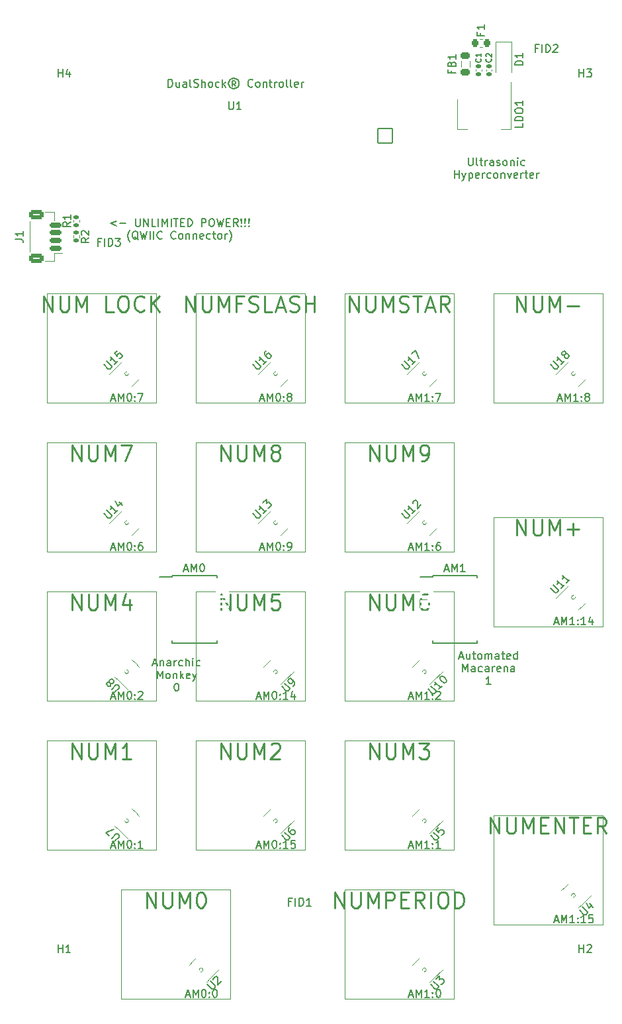
<source format=gbr>
%TF.GenerationSoftware,KiCad,Pcbnew,(6.0.4)*%
%TF.CreationDate,2022-08-26T16:16:49-04:00*%
%TF.ProjectId,Prototype Numpad,50726f74-6f74-4797-9065-204e756d7061,rev?*%
%TF.SameCoordinates,Original*%
%TF.FileFunction,Legend,Top*%
%TF.FilePolarity,Positive*%
%FSLAX46Y46*%
G04 Gerber Fmt 4.6, Leading zero omitted, Abs format (unit mm)*
G04 Created by KiCad (PCBNEW (6.0.4)) date 2022-08-26 16:16:49*
%MOMM*%
%LPD*%
G01*
G04 APERTURE LIST*
G04 Aperture macros list*
%AMRoundRect*
0 Rectangle with rounded corners*
0 $1 Rounding radius*
0 $2 $3 $4 $5 $6 $7 $8 $9 X,Y pos of 4 corners*
0 Add a 4 corners polygon primitive as box body*
4,1,4,$2,$3,$4,$5,$6,$7,$8,$9,$2,$3,0*
0 Add four circle primitives for the rounded corners*
1,1,$1+$1,$2,$3*
1,1,$1+$1,$4,$5*
1,1,$1+$1,$6,$7*
1,1,$1+$1,$8,$9*
0 Add four rect primitives between the rounded corners*
20,1,$1+$1,$2,$3,$4,$5,0*
20,1,$1+$1,$4,$5,$6,$7,0*
20,1,$1+$1,$6,$7,$8,$9,0*
20,1,$1+$1,$8,$9,$2,$3,0*%
G04 Aperture macros list end*
%ADD10C,0.150000*%
%ADD11C,0.200000*%
%ADD12C,0.250000*%
%ADD13C,0.120000*%
%ADD14C,0.125000*%
%ADD15RoundRect,0.150000X0.309359X0.521491X-0.521491X-0.309359X-0.309359X-0.521491X0.521491X0.309359X0*%
%ADD16RoundRect,0.150000X-0.309359X-0.521491X0.521491X0.309359X0.309359X0.521491X-0.521491X-0.309359X0*%
%ADD17RoundRect,0.218750X0.218750X0.256250X-0.218750X0.256250X-0.218750X-0.256250X0.218750X-0.256250X0*%
%ADD18RoundRect,0.150000X0.625000X-0.150000X0.625000X0.150000X-0.625000X0.150000X-0.625000X-0.150000X0*%
%ADD19RoundRect,0.250000X0.650000X-0.350000X0.650000X0.350000X-0.650000X0.350000X-0.650000X-0.350000X0*%
%ADD20R,1.750000X0.450000*%
%ADD21RoundRect,0.135000X0.185000X-0.135000X0.185000X0.135000X-0.185000X0.135000X-0.185000X-0.135000X0*%
%ADD22RoundRect,0.135000X-0.185000X0.135000X-0.185000X-0.135000X0.185000X-0.135000X0.185000X0.135000X0*%
%ADD23RoundRect,0.218750X0.381250X-0.218750X0.381250X0.218750X-0.381250X0.218750X-0.381250X-0.218750X0*%
%ADD24C,6.400000*%
%ADD25C,2.000000*%
%ADD26RoundRect,0.140000X0.170000X-0.140000X0.170000X0.140000X-0.170000X0.140000X-0.170000X-0.140000X0*%
%ADD27RoundRect,0.150000X0.521491X-0.309359X-0.309359X0.521491X-0.521491X0.309359X0.309359X-0.521491X0*%
%ADD28R,1.200000X0.900000*%
%ADD29C,2.082800*%
%ADD30RoundRect,0.101600X0.939800X0.939800X-0.939800X0.939800X-0.939800X-0.939800X0.939800X-0.939800X0*%
%ADD31R,1.500000X2.000000*%
%ADD32R,3.800000X2.000000*%
G04 APERTURE END LIST*
D10*
X307775714Y-218026666D02*
X308251904Y-218026666D01*
X307680476Y-218312380D02*
X308013809Y-217312380D01*
X308347142Y-218312380D01*
X309109047Y-217645714D02*
X309109047Y-218312380D01*
X308680476Y-217645714D02*
X308680476Y-218169523D01*
X308728095Y-218264761D01*
X308823333Y-218312380D01*
X308966190Y-218312380D01*
X309061428Y-218264761D01*
X309109047Y-218217142D01*
X309442380Y-217645714D02*
X309823333Y-217645714D01*
X309585238Y-217312380D02*
X309585238Y-218169523D01*
X309632857Y-218264761D01*
X309728095Y-218312380D01*
X309823333Y-218312380D01*
X310299523Y-218312380D02*
X310204285Y-218264761D01*
X310156666Y-218217142D01*
X310109047Y-218121904D01*
X310109047Y-217836190D01*
X310156666Y-217740952D01*
X310204285Y-217693333D01*
X310299523Y-217645714D01*
X310442380Y-217645714D01*
X310537619Y-217693333D01*
X310585238Y-217740952D01*
X310632857Y-217836190D01*
X310632857Y-218121904D01*
X310585238Y-218217142D01*
X310537619Y-218264761D01*
X310442380Y-218312380D01*
X310299523Y-218312380D01*
X311061428Y-218312380D02*
X311061428Y-217645714D01*
X311061428Y-217740952D02*
X311109047Y-217693333D01*
X311204285Y-217645714D01*
X311347142Y-217645714D01*
X311442380Y-217693333D01*
X311490000Y-217788571D01*
X311490000Y-218312380D01*
X311490000Y-217788571D02*
X311537619Y-217693333D01*
X311632857Y-217645714D01*
X311775714Y-217645714D01*
X311870952Y-217693333D01*
X311918571Y-217788571D01*
X311918571Y-218312380D01*
X312823333Y-218312380D02*
X312823333Y-217788571D01*
X312775714Y-217693333D01*
X312680476Y-217645714D01*
X312490000Y-217645714D01*
X312394761Y-217693333D01*
X312823333Y-218264761D02*
X312728095Y-218312380D01*
X312490000Y-218312380D01*
X312394761Y-218264761D01*
X312347142Y-218169523D01*
X312347142Y-218074285D01*
X312394761Y-217979047D01*
X312490000Y-217931428D01*
X312728095Y-217931428D01*
X312823333Y-217883809D01*
X313156666Y-217645714D02*
X313537619Y-217645714D01*
X313299523Y-217312380D02*
X313299523Y-218169523D01*
X313347142Y-218264761D01*
X313442380Y-218312380D01*
X313537619Y-218312380D01*
X314251904Y-218264761D02*
X314156666Y-218312380D01*
X313966190Y-218312380D01*
X313870952Y-218264761D01*
X313823333Y-218169523D01*
X313823333Y-217788571D01*
X313870952Y-217693333D01*
X313966190Y-217645714D01*
X314156666Y-217645714D01*
X314251904Y-217693333D01*
X314299523Y-217788571D01*
X314299523Y-217883809D01*
X313823333Y-217979047D01*
X315156666Y-218312380D02*
X315156666Y-217312380D01*
X315156666Y-218264761D02*
X315061428Y-218312380D01*
X314870952Y-218312380D01*
X314775714Y-218264761D01*
X314728095Y-218217142D01*
X314680476Y-218121904D01*
X314680476Y-217836190D01*
X314728095Y-217740952D01*
X314775714Y-217693333D01*
X314870952Y-217645714D01*
X315061428Y-217645714D01*
X315156666Y-217693333D01*
X308180476Y-219922380D02*
X308180476Y-218922380D01*
X308513809Y-219636666D01*
X308847142Y-218922380D01*
X308847142Y-219922380D01*
X309751904Y-219922380D02*
X309751904Y-219398571D01*
X309704285Y-219303333D01*
X309609047Y-219255714D01*
X309418571Y-219255714D01*
X309323333Y-219303333D01*
X309751904Y-219874761D02*
X309656666Y-219922380D01*
X309418571Y-219922380D01*
X309323333Y-219874761D01*
X309275714Y-219779523D01*
X309275714Y-219684285D01*
X309323333Y-219589047D01*
X309418571Y-219541428D01*
X309656666Y-219541428D01*
X309751904Y-219493809D01*
X310656666Y-219874761D02*
X310561428Y-219922380D01*
X310370952Y-219922380D01*
X310275714Y-219874761D01*
X310228095Y-219827142D01*
X310180476Y-219731904D01*
X310180476Y-219446190D01*
X310228095Y-219350952D01*
X310275714Y-219303333D01*
X310370952Y-219255714D01*
X310561428Y-219255714D01*
X310656666Y-219303333D01*
X311513809Y-219922380D02*
X311513809Y-219398571D01*
X311466190Y-219303333D01*
X311370952Y-219255714D01*
X311180476Y-219255714D01*
X311085238Y-219303333D01*
X311513809Y-219874761D02*
X311418571Y-219922380D01*
X311180476Y-219922380D01*
X311085238Y-219874761D01*
X311037619Y-219779523D01*
X311037619Y-219684285D01*
X311085238Y-219589047D01*
X311180476Y-219541428D01*
X311418571Y-219541428D01*
X311513809Y-219493809D01*
X311990000Y-219922380D02*
X311990000Y-219255714D01*
X311990000Y-219446190D02*
X312037619Y-219350952D01*
X312085238Y-219303333D01*
X312180476Y-219255714D01*
X312275714Y-219255714D01*
X312990000Y-219874761D02*
X312894761Y-219922380D01*
X312704285Y-219922380D01*
X312609047Y-219874761D01*
X312561428Y-219779523D01*
X312561428Y-219398571D01*
X312609047Y-219303333D01*
X312704285Y-219255714D01*
X312894761Y-219255714D01*
X312990000Y-219303333D01*
X313037619Y-219398571D01*
X313037619Y-219493809D01*
X312561428Y-219589047D01*
X313466190Y-219255714D02*
X313466190Y-219922380D01*
X313466190Y-219350952D02*
X313513809Y-219303333D01*
X313609047Y-219255714D01*
X313751904Y-219255714D01*
X313847142Y-219303333D01*
X313894761Y-219398571D01*
X313894761Y-219922380D01*
X314799523Y-219922380D02*
X314799523Y-219398571D01*
X314751904Y-219303333D01*
X314656666Y-219255714D01*
X314466190Y-219255714D01*
X314370952Y-219303333D01*
X314799523Y-219874761D02*
X314704285Y-219922380D01*
X314466190Y-219922380D01*
X314370952Y-219874761D01*
X314323333Y-219779523D01*
X314323333Y-219684285D01*
X314370952Y-219589047D01*
X314466190Y-219541428D01*
X314704285Y-219541428D01*
X314799523Y-219493809D01*
X311775714Y-221532380D02*
X311204285Y-221532380D01*
X311490000Y-221532380D02*
X311490000Y-220532380D01*
X311394761Y-220675238D01*
X311299523Y-220770476D01*
X311204285Y-220818095D01*
X270504761Y-145202380D02*
X270504761Y-144202380D01*
X270742857Y-144202380D01*
X270885714Y-144250000D01*
X270980952Y-144345238D01*
X271028571Y-144440476D01*
X271076190Y-144630952D01*
X271076190Y-144773809D01*
X271028571Y-144964285D01*
X270980952Y-145059523D01*
X270885714Y-145154761D01*
X270742857Y-145202380D01*
X270504761Y-145202380D01*
X271933333Y-144535714D02*
X271933333Y-145202380D01*
X271504761Y-144535714D02*
X271504761Y-145059523D01*
X271552380Y-145154761D01*
X271647619Y-145202380D01*
X271790476Y-145202380D01*
X271885714Y-145154761D01*
X271933333Y-145107142D01*
X272838095Y-145202380D02*
X272838095Y-144678571D01*
X272790476Y-144583333D01*
X272695238Y-144535714D01*
X272504761Y-144535714D01*
X272409523Y-144583333D01*
X272838095Y-145154761D02*
X272742857Y-145202380D01*
X272504761Y-145202380D01*
X272409523Y-145154761D01*
X272361904Y-145059523D01*
X272361904Y-144964285D01*
X272409523Y-144869047D01*
X272504761Y-144821428D01*
X272742857Y-144821428D01*
X272838095Y-144773809D01*
X273457142Y-145202380D02*
X273361904Y-145154761D01*
X273314285Y-145059523D01*
X273314285Y-144202380D01*
X273790476Y-145154761D02*
X273933333Y-145202380D01*
X274171428Y-145202380D01*
X274266666Y-145154761D01*
X274314285Y-145107142D01*
X274361904Y-145011904D01*
X274361904Y-144916666D01*
X274314285Y-144821428D01*
X274266666Y-144773809D01*
X274171428Y-144726190D01*
X273980952Y-144678571D01*
X273885714Y-144630952D01*
X273838095Y-144583333D01*
X273790476Y-144488095D01*
X273790476Y-144392857D01*
X273838095Y-144297619D01*
X273885714Y-144250000D01*
X273980952Y-144202380D01*
X274219047Y-144202380D01*
X274361904Y-144250000D01*
X274790476Y-145202380D02*
X274790476Y-144202380D01*
X275219047Y-145202380D02*
X275219047Y-144678571D01*
X275171428Y-144583333D01*
X275076190Y-144535714D01*
X274933333Y-144535714D01*
X274838095Y-144583333D01*
X274790476Y-144630952D01*
X275838095Y-145202380D02*
X275742857Y-145154761D01*
X275695238Y-145107142D01*
X275647619Y-145011904D01*
X275647619Y-144726190D01*
X275695238Y-144630952D01*
X275742857Y-144583333D01*
X275838095Y-144535714D01*
X275980952Y-144535714D01*
X276076190Y-144583333D01*
X276123809Y-144630952D01*
X276171428Y-144726190D01*
X276171428Y-145011904D01*
X276123809Y-145107142D01*
X276076190Y-145154761D01*
X275980952Y-145202380D01*
X275838095Y-145202380D01*
X277028571Y-145154761D02*
X276933333Y-145202380D01*
X276742857Y-145202380D01*
X276647619Y-145154761D01*
X276600000Y-145107142D01*
X276552380Y-145011904D01*
X276552380Y-144726190D01*
X276600000Y-144630952D01*
X276647619Y-144583333D01*
X276742857Y-144535714D01*
X276933333Y-144535714D01*
X277028571Y-144583333D01*
X277457142Y-145202380D02*
X277457142Y-144202380D01*
X277552380Y-144821428D02*
X277838095Y-145202380D01*
X277838095Y-144535714D02*
X277457142Y-144916666D01*
X279123809Y-145059523D02*
X278885714Y-144773809D01*
X278695238Y-145059523D02*
X278695238Y-144392857D01*
X278980952Y-144392857D01*
X279076190Y-144440476D01*
X279123809Y-144535714D01*
X279123809Y-144630952D01*
X279076190Y-144726190D01*
X278980952Y-144773809D01*
X278695238Y-144773809D01*
X278885714Y-144059523D02*
X278647619Y-144107142D01*
X278409523Y-144250000D01*
X278266666Y-144488095D01*
X278219047Y-144726190D01*
X278266666Y-144964285D01*
X278409523Y-145202380D01*
X278647619Y-145345238D01*
X278885714Y-145392857D01*
X279123809Y-145345238D01*
X279361904Y-145202380D01*
X279504761Y-144964285D01*
X279552380Y-144726190D01*
X279504761Y-144488095D01*
X279361904Y-144250000D01*
X279123809Y-144107142D01*
X278885714Y-144059523D01*
X281314285Y-145107142D02*
X281266666Y-145154761D01*
X281123809Y-145202380D01*
X281028571Y-145202380D01*
X280885714Y-145154761D01*
X280790476Y-145059523D01*
X280742857Y-144964285D01*
X280695238Y-144773809D01*
X280695238Y-144630952D01*
X280742857Y-144440476D01*
X280790476Y-144345238D01*
X280885714Y-144250000D01*
X281028571Y-144202380D01*
X281123809Y-144202380D01*
X281266666Y-144250000D01*
X281314285Y-144297619D01*
X281885714Y-145202380D02*
X281790476Y-145154761D01*
X281742857Y-145107142D01*
X281695238Y-145011904D01*
X281695238Y-144726190D01*
X281742857Y-144630952D01*
X281790476Y-144583333D01*
X281885714Y-144535714D01*
X282028571Y-144535714D01*
X282123809Y-144583333D01*
X282171428Y-144630952D01*
X282219047Y-144726190D01*
X282219047Y-145011904D01*
X282171428Y-145107142D01*
X282123809Y-145154761D01*
X282028571Y-145202380D01*
X281885714Y-145202380D01*
X282647619Y-144535714D02*
X282647619Y-145202380D01*
X282647619Y-144630952D02*
X282695238Y-144583333D01*
X282790476Y-144535714D01*
X282933333Y-144535714D01*
X283028571Y-144583333D01*
X283076190Y-144678571D01*
X283076190Y-145202380D01*
X283409523Y-144535714D02*
X283790476Y-144535714D01*
X283552380Y-144202380D02*
X283552380Y-145059523D01*
X283600000Y-145154761D01*
X283695238Y-145202380D01*
X283790476Y-145202380D01*
X284123809Y-145202380D02*
X284123809Y-144535714D01*
X284123809Y-144726190D02*
X284171428Y-144630952D01*
X284219047Y-144583333D01*
X284314285Y-144535714D01*
X284409523Y-144535714D01*
X284885714Y-145202380D02*
X284790476Y-145154761D01*
X284742857Y-145107142D01*
X284695238Y-145011904D01*
X284695238Y-144726190D01*
X284742857Y-144630952D01*
X284790476Y-144583333D01*
X284885714Y-144535714D01*
X285028571Y-144535714D01*
X285123809Y-144583333D01*
X285171428Y-144630952D01*
X285219047Y-144726190D01*
X285219047Y-145011904D01*
X285171428Y-145107142D01*
X285123809Y-145154761D01*
X285028571Y-145202380D01*
X284885714Y-145202380D01*
X285790476Y-145202380D02*
X285695238Y-145154761D01*
X285647619Y-145059523D01*
X285647619Y-144202380D01*
X286314285Y-145202380D02*
X286219047Y-145154761D01*
X286171428Y-145059523D01*
X286171428Y-144202380D01*
X287076190Y-145154761D02*
X286980952Y-145202380D01*
X286790476Y-145202380D01*
X286695238Y-145154761D01*
X286647619Y-145059523D01*
X286647619Y-144678571D01*
X286695238Y-144583333D01*
X286790476Y-144535714D01*
X286980952Y-144535714D01*
X287076190Y-144583333D01*
X287123809Y-144678571D01*
X287123809Y-144773809D01*
X286647619Y-144869047D01*
X287552380Y-145202380D02*
X287552380Y-144535714D01*
X287552380Y-144726190D02*
X287600000Y-144630952D01*
X287647619Y-144583333D01*
X287742857Y-144535714D01*
X287838095Y-144535714D01*
X308918571Y-154217380D02*
X308918571Y-155026904D01*
X308966190Y-155122142D01*
X309013809Y-155169761D01*
X309109047Y-155217380D01*
X309299523Y-155217380D01*
X309394761Y-155169761D01*
X309442380Y-155122142D01*
X309490000Y-155026904D01*
X309490000Y-154217380D01*
X310109047Y-155217380D02*
X310013809Y-155169761D01*
X309966190Y-155074523D01*
X309966190Y-154217380D01*
X310347142Y-154550714D02*
X310728095Y-154550714D01*
X310490000Y-154217380D02*
X310490000Y-155074523D01*
X310537619Y-155169761D01*
X310632857Y-155217380D01*
X310728095Y-155217380D01*
X311061428Y-155217380D02*
X311061428Y-154550714D01*
X311061428Y-154741190D02*
X311109047Y-154645952D01*
X311156666Y-154598333D01*
X311251904Y-154550714D01*
X311347142Y-154550714D01*
X312109047Y-155217380D02*
X312109047Y-154693571D01*
X312061428Y-154598333D01*
X311966190Y-154550714D01*
X311775714Y-154550714D01*
X311680476Y-154598333D01*
X312109047Y-155169761D02*
X312013809Y-155217380D01*
X311775714Y-155217380D01*
X311680476Y-155169761D01*
X311632857Y-155074523D01*
X311632857Y-154979285D01*
X311680476Y-154884047D01*
X311775714Y-154836428D01*
X312013809Y-154836428D01*
X312109047Y-154788809D01*
X312537619Y-155169761D02*
X312632857Y-155217380D01*
X312823333Y-155217380D01*
X312918571Y-155169761D01*
X312966190Y-155074523D01*
X312966190Y-155026904D01*
X312918571Y-154931666D01*
X312823333Y-154884047D01*
X312680476Y-154884047D01*
X312585238Y-154836428D01*
X312537619Y-154741190D01*
X312537619Y-154693571D01*
X312585238Y-154598333D01*
X312680476Y-154550714D01*
X312823333Y-154550714D01*
X312918571Y-154598333D01*
X313537619Y-155217380D02*
X313442380Y-155169761D01*
X313394761Y-155122142D01*
X313347142Y-155026904D01*
X313347142Y-154741190D01*
X313394761Y-154645952D01*
X313442380Y-154598333D01*
X313537619Y-154550714D01*
X313680476Y-154550714D01*
X313775714Y-154598333D01*
X313823333Y-154645952D01*
X313870952Y-154741190D01*
X313870952Y-155026904D01*
X313823333Y-155122142D01*
X313775714Y-155169761D01*
X313680476Y-155217380D01*
X313537619Y-155217380D01*
X314299523Y-154550714D02*
X314299523Y-155217380D01*
X314299523Y-154645952D02*
X314347142Y-154598333D01*
X314442380Y-154550714D01*
X314585238Y-154550714D01*
X314680476Y-154598333D01*
X314728095Y-154693571D01*
X314728095Y-155217380D01*
X315204285Y-155217380D02*
X315204285Y-154550714D01*
X315204285Y-154217380D02*
X315156666Y-154265000D01*
X315204285Y-154312619D01*
X315251904Y-154265000D01*
X315204285Y-154217380D01*
X315204285Y-154312619D01*
X316109047Y-155169761D02*
X316013809Y-155217380D01*
X315823333Y-155217380D01*
X315728095Y-155169761D01*
X315680476Y-155122142D01*
X315632857Y-155026904D01*
X315632857Y-154741190D01*
X315680476Y-154645952D01*
X315728095Y-154598333D01*
X315823333Y-154550714D01*
X316013809Y-154550714D01*
X316109047Y-154598333D01*
X307156666Y-156827380D02*
X307156666Y-155827380D01*
X307156666Y-156303571D02*
X307728095Y-156303571D01*
X307728095Y-156827380D02*
X307728095Y-155827380D01*
X308109047Y-156160714D02*
X308347142Y-156827380D01*
X308585238Y-156160714D02*
X308347142Y-156827380D01*
X308251904Y-157065476D01*
X308204285Y-157113095D01*
X308109047Y-157160714D01*
X308966190Y-156160714D02*
X308966190Y-157160714D01*
X308966190Y-156208333D02*
X309061428Y-156160714D01*
X309251904Y-156160714D01*
X309347142Y-156208333D01*
X309394761Y-156255952D01*
X309442380Y-156351190D01*
X309442380Y-156636904D01*
X309394761Y-156732142D01*
X309347142Y-156779761D01*
X309251904Y-156827380D01*
X309061428Y-156827380D01*
X308966190Y-156779761D01*
X310251904Y-156779761D02*
X310156666Y-156827380D01*
X309966190Y-156827380D01*
X309870952Y-156779761D01*
X309823333Y-156684523D01*
X309823333Y-156303571D01*
X309870952Y-156208333D01*
X309966190Y-156160714D01*
X310156666Y-156160714D01*
X310251904Y-156208333D01*
X310299523Y-156303571D01*
X310299523Y-156398809D01*
X309823333Y-156494047D01*
X310728095Y-156827380D02*
X310728095Y-156160714D01*
X310728095Y-156351190D02*
X310775714Y-156255952D01*
X310823333Y-156208333D01*
X310918571Y-156160714D01*
X311013809Y-156160714D01*
X311775714Y-156779761D02*
X311680476Y-156827380D01*
X311490000Y-156827380D01*
X311394761Y-156779761D01*
X311347142Y-156732142D01*
X311299523Y-156636904D01*
X311299523Y-156351190D01*
X311347142Y-156255952D01*
X311394761Y-156208333D01*
X311490000Y-156160714D01*
X311680476Y-156160714D01*
X311775714Y-156208333D01*
X312347142Y-156827380D02*
X312251904Y-156779761D01*
X312204285Y-156732142D01*
X312156666Y-156636904D01*
X312156666Y-156351190D01*
X312204285Y-156255952D01*
X312251904Y-156208333D01*
X312347142Y-156160714D01*
X312490000Y-156160714D01*
X312585238Y-156208333D01*
X312632857Y-156255952D01*
X312680476Y-156351190D01*
X312680476Y-156636904D01*
X312632857Y-156732142D01*
X312585238Y-156779761D01*
X312490000Y-156827380D01*
X312347142Y-156827380D01*
X313109047Y-156160714D02*
X313109047Y-156827380D01*
X313109047Y-156255952D02*
X313156666Y-156208333D01*
X313251904Y-156160714D01*
X313394761Y-156160714D01*
X313490000Y-156208333D01*
X313537619Y-156303571D01*
X313537619Y-156827380D01*
X313918571Y-156160714D02*
X314156666Y-156827380D01*
X314394761Y-156160714D01*
X315156666Y-156779761D02*
X315061428Y-156827380D01*
X314870952Y-156827380D01*
X314775714Y-156779761D01*
X314728095Y-156684523D01*
X314728095Y-156303571D01*
X314775714Y-156208333D01*
X314870952Y-156160714D01*
X315061428Y-156160714D01*
X315156666Y-156208333D01*
X315204285Y-156303571D01*
X315204285Y-156398809D01*
X314728095Y-156494047D01*
X315632857Y-156827380D02*
X315632857Y-156160714D01*
X315632857Y-156351190D02*
X315680476Y-156255952D01*
X315728095Y-156208333D01*
X315823333Y-156160714D01*
X315918571Y-156160714D01*
X316109047Y-156160714D02*
X316490000Y-156160714D01*
X316251904Y-155827380D02*
X316251904Y-156684523D01*
X316299523Y-156779761D01*
X316394761Y-156827380D01*
X316490000Y-156827380D01*
X317204285Y-156779761D02*
X317109047Y-156827380D01*
X316918571Y-156827380D01*
X316823333Y-156779761D01*
X316775714Y-156684523D01*
X316775714Y-156303571D01*
X316823333Y-156208333D01*
X316918571Y-156160714D01*
X317109047Y-156160714D01*
X317204285Y-156208333D01*
X317251904Y-156303571D01*
X317251904Y-156398809D01*
X316775714Y-156494047D01*
X317680476Y-156827380D02*
X317680476Y-156160714D01*
X317680476Y-156351190D02*
X317728095Y-156255952D01*
X317775714Y-156208333D01*
X317870952Y-156160714D01*
X317966190Y-156160714D01*
X263864761Y-162330714D02*
X263102857Y-162616428D01*
X263864761Y-162902142D01*
X264340952Y-162616428D02*
X265102857Y-162616428D01*
X266340952Y-161997380D02*
X266340952Y-162806904D01*
X266388571Y-162902142D01*
X266436190Y-162949761D01*
X266531428Y-162997380D01*
X266721904Y-162997380D01*
X266817142Y-162949761D01*
X266864761Y-162902142D01*
X266912380Y-162806904D01*
X266912380Y-161997380D01*
X267388571Y-162997380D02*
X267388571Y-161997380D01*
X267960000Y-162997380D01*
X267960000Y-161997380D01*
X268912380Y-162997380D02*
X268436190Y-162997380D01*
X268436190Y-161997380D01*
X269245714Y-162997380D02*
X269245714Y-161997380D01*
X269721904Y-162997380D02*
X269721904Y-161997380D01*
X270055238Y-162711666D01*
X270388571Y-161997380D01*
X270388571Y-162997380D01*
X270864761Y-162997380D02*
X270864761Y-161997380D01*
X271198095Y-161997380D02*
X271769523Y-161997380D01*
X271483809Y-162997380D02*
X271483809Y-161997380D01*
X272102857Y-162473571D02*
X272436190Y-162473571D01*
X272579047Y-162997380D02*
X272102857Y-162997380D01*
X272102857Y-161997380D01*
X272579047Y-161997380D01*
X273007619Y-162997380D02*
X273007619Y-161997380D01*
X273245714Y-161997380D01*
X273388571Y-162045000D01*
X273483809Y-162140238D01*
X273531428Y-162235476D01*
X273579047Y-162425952D01*
X273579047Y-162568809D01*
X273531428Y-162759285D01*
X273483809Y-162854523D01*
X273388571Y-162949761D01*
X273245714Y-162997380D01*
X273007619Y-162997380D01*
X274769523Y-162997380D02*
X274769523Y-161997380D01*
X275150476Y-161997380D01*
X275245714Y-162045000D01*
X275293333Y-162092619D01*
X275340952Y-162187857D01*
X275340952Y-162330714D01*
X275293333Y-162425952D01*
X275245714Y-162473571D01*
X275150476Y-162521190D01*
X274769523Y-162521190D01*
X275960000Y-161997380D02*
X276150476Y-161997380D01*
X276245714Y-162045000D01*
X276340952Y-162140238D01*
X276388571Y-162330714D01*
X276388571Y-162664047D01*
X276340952Y-162854523D01*
X276245714Y-162949761D01*
X276150476Y-162997380D01*
X275960000Y-162997380D01*
X275864761Y-162949761D01*
X275769523Y-162854523D01*
X275721904Y-162664047D01*
X275721904Y-162330714D01*
X275769523Y-162140238D01*
X275864761Y-162045000D01*
X275960000Y-161997380D01*
X276721904Y-161997380D02*
X276960000Y-162997380D01*
X277150476Y-162283095D01*
X277340952Y-162997380D01*
X277579047Y-161997380D01*
X277960000Y-162473571D02*
X278293333Y-162473571D01*
X278436190Y-162997380D02*
X277960000Y-162997380D01*
X277960000Y-161997380D01*
X278436190Y-161997380D01*
X279436190Y-162997380D02*
X279102857Y-162521190D01*
X278864761Y-162997380D02*
X278864761Y-161997380D01*
X279245714Y-161997380D01*
X279340952Y-162045000D01*
X279388571Y-162092619D01*
X279436190Y-162187857D01*
X279436190Y-162330714D01*
X279388571Y-162425952D01*
X279340952Y-162473571D01*
X279245714Y-162521190D01*
X278864761Y-162521190D01*
X279864761Y-162902142D02*
X279912380Y-162949761D01*
X279864761Y-162997380D01*
X279817142Y-162949761D01*
X279864761Y-162902142D01*
X279864761Y-162997380D01*
X279864761Y-162616428D02*
X279817142Y-162045000D01*
X279864761Y-161997380D01*
X279912380Y-162045000D01*
X279864761Y-162616428D01*
X279864761Y-161997380D01*
X280340952Y-162902142D02*
X280388571Y-162949761D01*
X280340952Y-162997380D01*
X280293333Y-162949761D01*
X280340952Y-162902142D01*
X280340952Y-162997380D01*
X280340952Y-162616428D02*
X280293333Y-162045000D01*
X280340952Y-161997380D01*
X280388571Y-162045000D01*
X280340952Y-162616428D01*
X280340952Y-161997380D01*
X280817142Y-162902142D02*
X280864761Y-162949761D01*
X280817142Y-162997380D01*
X280769523Y-162949761D01*
X280817142Y-162902142D01*
X280817142Y-162997380D01*
X280817142Y-162616428D02*
X280769523Y-162045000D01*
X280817142Y-161997380D01*
X280864761Y-162045000D01*
X280817142Y-162616428D01*
X280817142Y-161997380D01*
X265602857Y-164988333D02*
X265555238Y-164940714D01*
X265460000Y-164797857D01*
X265412380Y-164702619D01*
X265364761Y-164559761D01*
X265317142Y-164321666D01*
X265317142Y-164131190D01*
X265364761Y-163893095D01*
X265412380Y-163750238D01*
X265460000Y-163655000D01*
X265555238Y-163512142D01*
X265602857Y-163464523D01*
X266650476Y-164702619D02*
X266555238Y-164655000D01*
X266460000Y-164559761D01*
X266317142Y-164416904D01*
X266221904Y-164369285D01*
X266126666Y-164369285D01*
X266174285Y-164607380D02*
X266079047Y-164559761D01*
X265983809Y-164464523D01*
X265936190Y-164274047D01*
X265936190Y-163940714D01*
X265983809Y-163750238D01*
X266079047Y-163655000D01*
X266174285Y-163607380D01*
X266364761Y-163607380D01*
X266460000Y-163655000D01*
X266555238Y-163750238D01*
X266602857Y-163940714D01*
X266602857Y-164274047D01*
X266555238Y-164464523D01*
X266460000Y-164559761D01*
X266364761Y-164607380D01*
X266174285Y-164607380D01*
X266936190Y-163607380D02*
X267174285Y-164607380D01*
X267364761Y-163893095D01*
X267555238Y-164607380D01*
X267793333Y-163607380D01*
X268174285Y-164607380D02*
X268174285Y-163607380D01*
X268650476Y-164607380D02*
X268650476Y-163607380D01*
X269698095Y-164512142D02*
X269650476Y-164559761D01*
X269507619Y-164607380D01*
X269412380Y-164607380D01*
X269269523Y-164559761D01*
X269174285Y-164464523D01*
X269126666Y-164369285D01*
X269079047Y-164178809D01*
X269079047Y-164035952D01*
X269126666Y-163845476D01*
X269174285Y-163750238D01*
X269269523Y-163655000D01*
X269412380Y-163607380D01*
X269507619Y-163607380D01*
X269650476Y-163655000D01*
X269698095Y-163702619D01*
X271460000Y-164512142D02*
X271412380Y-164559761D01*
X271269523Y-164607380D01*
X271174285Y-164607380D01*
X271031428Y-164559761D01*
X270936190Y-164464523D01*
X270888571Y-164369285D01*
X270840952Y-164178809D01*
X270840952Y-164035952D01*
X270888571Y-163845476D01*
X270936190Y-163750238D01*
X271031428Y-163655000D01*
X271174285Y-163607380D01*
X271269523Y-163607380D01*
X271412380Y-163655000D01*
X271460000Y-163702619D01*
X272031428Y-164607380D02*
X271936190Y-164559761D01*
X271888571Y-164512142D01*
X271840952Y-164416904D01*
X271840952Y-164131190D01*
X271888571Y-164035952D01*
X271936190Y-163988333D01*
X272031428Y-163940714D01*
X272174285Y-163940714D01*
X272269523Y-163988333D01*
X272317142Y-164035952D01*
X272364761Y-164131190D01*
X272364761Y-164416904D01*
X272317142Y-164512142D01*
X272269523Y-164559761D01*
X272174285Y-164607380D01*
X272031428Y-164607380D01*
X272793333Y-163940714D02*
X272793333Y-164607380D01*
X272793333Y-164035952D02*
X272840952Y-163988333D01*
X272936190Y-163940714D01*
X273079047Y-163940714D01*
X273174285Y-163988333D01*
X273221904Y-164083571D01*
X273221904Y-164607380D01*
X273698095Y-163940714D02*
X273698095Y-164607380D01*
X273698095Y-164035952D02*
X273745714Y-163988333D01*
X273840952Y-163940714D01*
X273983809Y-163940714D01*
X274079047Y-163988333D01*
X274126666Y-164083571D01*
X274126666Y-164607380D01*
X274983809Y-164559761D02*
X274888571Y-164607380D01*
X274698095Y-164607380D01*
X274602857Y-164559761D01*
X274555238Y-164464523D01*
X274555238Y-164083571D01*
X274602857Y-163988333D01*
X274698095Y-163940714D01*
X274888571Y-163940714D01*
X274983809Y-163988333D01*
X275031428Y-164083571D01*
X275031428Y-164178809D01*
X274555238Y-164274047D01*
X275888571Y-164559761D02*
X275793333Y-164607380D01*
X275602857Y-164607380D01*
X275507619Y-164559761D01*
X275460000Y-164512142D01*
X275412380Y-164416904D01*
X275412380Y-164131190D01*
X275460000Y-164035952D01*
X275507619Y-163988333D01*
X275602857Y-163940714D01*
X275793333Y-163940714D01*
X275888571Y-163988333D01*
X276174285Y-163940714D02*
X276555238Y-163940714D01*
X276317142Y-163607380D02*
X276317142Y-164464523D01*
X276364761Y-164559761D01*
X276460000Y-164607380D01*
X276555238Y-164607380D01*
X277031428Y-164607380D02*
X276936190Y-164559761D01*
X276888571Y-164512142D01*
X276840952Y-164416904D01*
X276840952Y-164131190D01*
X276888571Y-164035952D01*
X276936190Y-163988333D01*
X277031428Y-163940714D01*
X277174285Y-163940714D01*
X277269523Y-163988333D01*
X277317142Y-164035952D01*
X277364761Y-164131190D01*
X277364761Y-164416904D01*
X277317142Y-164512142D01*
X277269523Y-164559761D01*
X277174285Y-164607380D01*
X277031428Y-164607380D01*
X277793333Y-164607380D02*
X277793333Y-163940714D01*
X277793333Y-164131190D02*
X277840952Y-164035952D01*
X277888571Y-163988333D01*
X277983809Y-163940714D01*
X278079047Y-163940714D01*
X278317142Y-164988333D02*
X278364761Y-164940714D01*
X278460000Y-164797857D01*
X278507619Y-164702619D01*
X278555238Y-164559761D01*
X278602857Y-164321666D01*
X278602857Y-164131190D01*
X278555238Y-163893095D01*
X278507619Y-163750238D01*
X278460000Y-163655000D01*
X278364761Y-163512142D01*
X278317142Y-163464523D01*
X268560000Y-218896666D02*
X269036190Y-218896666D01*
X268464761Y-219182380D02*
X268798095Y-218182380D01*
X269131428Y-219182380D01*
X269464761Y-218515714D02*
X269464761Y-219182380D01*
X269464761Y-218610952D02*
X269512380Y-218563333D01*
X269607619Y-218515714D01*
X269750476Y-218515714D01*
X269845714Y-218563333D01*
X269893333Y-218658571D01*
X269893333Y-219182380D01*
X270798095Y-219182380D02*
X270798095Y-218658571D01*
X270750476Y-218563333D01*
X270655238Y-218515714D01*
X270464761Y-218515714D01*
X270369523Y-218563333D01*
X270798095Y-219134761D02*
X270702857Y-219182380D01*
X270464761Y-219182380D01*
X270369523Y-219134761D01*
X270321904Y-219039523D01*
X270321904Y-218944285D01*
X270369523Y-218849047D01*
X270464761Y-218801428D01*
X270702857Y-218801428D01*
X270798095Y-218753809D01*
X271274285Y-219182380D02*
X271274285Y-218515714D01*
X271274285Y-218706190D02*
X271321904Y-218610952D01*
X271369523Y-218563333D01*
X271464761Y-218515714D01*
X271560000Y-218515714D01*
X272321904Y-219134761D02*
X272226666Y-219182380D01*
X272036190Y-219182380D01*
X271940952Y-219134761D01*
X271893333Y-219087142D01*
X271845714Y-218991904D01*
X271845714Y-218706190D01*
X271893333Y-218610952D01*
X271940952Y-218563333D01*
X272036190Y-218515714D01*
X272226666Y-218515714D01*
X272321904Y-218563333D01*
X272750476Y-219182380D02*
X272750476Y-218182380D01*
X273179047Y-219182380D02*
X273179047Y-218658571D01*
X273131428Y-218563333D01*
X273036190Y-218515714D01*
X272893333Y-218515714D01*
X272798095Y-218563333D01*
X272750476Y-218610952D01*
X273655238Y-219182380D02*
X273655238Y-218515714D01*
X273655238Y-218182380D02*
X273607619Y-218230000D01*
X273655238Y-218277619D01*
X273702857Y-218230000D01*
X273655238Y-218182380D01*
X273655238Y-218277619D01*
X274560000Y-219134761D02*
X274464761Y-219182380D01*
X274274285Y-219182380D01*
X274179047Y-219134761D01*
X274131428Y-219087142D01*
X274083809Y-218991904D01*
X274083809Y-218706190D01*
X274131428Y-218610952D01*
X274179047Y-218563333D01*
X274274285Y-218515714D01*
X274464761Y-218515714D01*
X274560000Y-218563333D01*
X269107619Y-220792380D02*
X269107619Y-219792380D01*
X269440952Y-220506666D01*
X269774285Y-219792380D01*
X269774285Y-220792380D01*
X270393333Y-220792380D02*
X270298095Y-220744761D01*
X270250476Y-220697142D01*
X270202857Y-220601904D01*
X270202857Y-220316190D01*
X270250476Y-220220952D01*
X270298095Y-220173333D01*
X270393333Y-220125714D01*
X270536190Y-220125714D01*
X270631428Y-220173333D01*
X270679047Y-220220952D01*
X270726666Y-220316190D01*
X270726666Y-220601904D01*
X270679047Y-220697142D01*
X270631428Y-220744761D01*
X270536190Y-220792380D01*
X270393333Y-220792380D01*
X271155238Y-220125714D02*
X271155238Y-220792380D01*
X271155238Y-220220952D02*
X271202857Y-220173333D01*
X271298095Y-220125714D01*
X271440952Y-220125714D01*
X271536190Y-220173333D01*
X271583809Y-220268571D01*
X271583809Y-220792380D01*
X272060000Y-220792380D02*
X272060000Y-219792380D01*
X272155238Y-220411428D02*
X272440952Y-220792380D01*
X272440952Y-220125714D02*
X272060000Y-220506666D01*
X273250476Y-220744761D02*
X273155238Y-220792380D01*
X272964761Y-220792380D01*
X272869523Y-220744761D01*
X272821904Y-220649523D01*
X272821904Y-220268571D01*
X272869523Y-220173333D01*
X272964761Y-220125714D01*
X273155238Y-220125714D01*
X273250476Y-220173333D01*
X273298095Y-220268571D01*
X273298095Y-220363809D01*
X272821904Y-220459047D01*
X273631428Y-220125714D02*
X273869523Y-220792380D01*
X274107619Y-220125714D02*
X273869523Y-220792380D01*
X273774285Y-221030476D01*
X273726666Y-221078095D01*
X273631428Y-221125714D01*
X271512380Y-221402380D02*
X271607619Y-221402380D01*
X271702857Y-221450000D01*
X271750476Y-221497619D01*
X271798095Y-221592857D01*
X271845714Y-221783333D01*
X271845714Y-222021428D01*
X271798095Y-222211904D01*
X271750476Y-222307142D01*
X271702857Y-222354761D01*
X271607619Y-222402380D01*
X271512380Y-222402380D01*
X271417142Y-222354761D01*
X271369523Y-222307142D01*
X271321904Y-222211904D01*
X271274285Y-222021428D01*
X271274285Y-221783333D01*
X271321904Y-221592857D01*
X271369523Y-221497619D01*
X271417142Y-221450000D01*
X271512380Y-221402380D01*
D11*
%TO.C,AM0:7*%
X263237500Y-185060416D02*
X263713690Y-185060416D01*
X263142261Y-185346130D02*
X263475595Y-184346130D01*
X263808928Y-185346130D01*
X264142261Y-185346130D02*
X264142261Y-184346130D01*
X264475595Y-185060416D01*
X264808928Y-184346130D01*
X264808928Y-185346130D01*
X265475595Y-184346130D02*
X265570833Y-184346130D01*
X265666071Y-184393750D01*
X265713690Y-184441369D01*
X265761309Y-184536607D01*
X265808928Y-184727083D01*
X265808928Y-184965178D01*
X265761309Y-185155654D01*
X265713690Y-185250892D01*
X265666071Y-185298511D01*
X265570833Y-185346130D01*
X265475595Y-185346130D01*
X265380357Y-185298511D01*
X265332738Y-185250892D01*
X265285119Y-185155654D01*
X265237500Y-184965178D01*
X265237500Y-184727083D01*
X265285119Y-184536607D01*
X265332738Y-184441369D01*
X265380357Y-184393750D01*
X265475595Y-184346130D01*
X266237500Y-185250892D02*
X266285119Y-185298511D01*
X266237500Y-185346130D01*
X266189880Y-185298511D01*
X266237500Y-185250892D01*
X266237500Y-185346130D01*
X266237500Y-184727083D02*
X266285119Y-184774702D01*
X266237500Y-184822321D01*
X266189880Y-184774702D01*
X266237500Y-184727083D01*
X266237500Y-184822321D01*
X266618452Y-184346130D02*
X267285119Y-184346130D01*
X266856547Y-185346130D01*
D12*
X254556547Y-173898511D02*
X254556547Y-171898511D01*
X255699404Y-173898511D01*
X255699404Y-171898511D01*
X256651785Y-171898511D02*
X256651785Y-173517559D01*
X256747023Y-173708035D01*
X256842261Y-173803273D01*
X257032738Y-173898511D01*
X257413690Y-173898511D01*
X257604166Y-173803273D01*
X257699404Y-173708035D01*
X257794642Y-173517559D01*
X257794642Y-171898511D01*
X258747023Y-173898511D02*
X258747023Y-171898511D01*
X259413690Y-173327083D01*
X260080357Y-171898511D01*
X260080357Y-173898511D01*
X263508928Y-173898511D02*
X262556547Y-173898511D01*
X262556547Y-171898511D01*
X264556547Y-171898511D02*
X264937500Y-171898511D01*
X265127976Y-171993750D01*
X265318452Y-172184226D01*
X265413690Y-172565178D01*
X265413690Y-173231845D01*
X265318452Y-173612797D01*
X265127976Y-173803273D01*
X264937500Y-173898511D01*
X264556547Y-173898511D01*
X264366071Y-173803273D01*
X264175595Y-173612797D01*
X264080357Y-173231845D01*
X264080357Y-172565178D01*
X264175595Y-172184226D01*
X264366071Y-171993750D01*
X264556547Y-171898511D01*
X267413690Y-173708035D02*
X267318452Y-173803273D01*
X267032738Y-173898511D01*
X266842261Y-173898511D01*
X266556547Y-173803273D01*
X266366071Y-173612797D01*
X266270833Y-173422321D01*
X266175595Y-173041369D01*
X266175595Y-172755654D01*
X266270833Y-172374702D01*
X266366071Y-172184226D01*
X266556547Y-171993750D01*
X266842261Y-171898511D01*
X267032738Y-171898511D01*
X267318452Y-171993750D01*
X267413690Y-172088988D01*
X268270833Y-173898511D02*
X268270833Y-171898511D01*
X269413690Y-173898511D02*
X268556547Y-172755654D01*
X269413690Y-171898511D02*
X268270833Y-173041369D01*
D10*
%TO.C,U9*%
X285013169Y-221801491D02*
X285585589Y-222373911D01*
X285686604Y-222407583D01*
X285753948Y-222407583D01*
X285854963Y-222373911D01*
X285989650Y-222239224D01*
X286023322Y-222138209D01*
X286023322Y-222070865D01*
X285989650Y-221969850D01*
X285417230Y-221397430D01*
X286494726Y-221734148D02*
X286629413Y-221599461D01*
X286663085Y-221498446D01*
X286663085Y-221431102D01*
X286629413Y-221262743D01*
X286528398Y-221094385D01*
X286259024Y-220825011D01*
X286158009Y-220791339D01*
X286090665Y-220791339D01*
X285989650Y-220825011D01*
X285854963Y-220959698D01*
X285821291Y-221060713D01*
X285821291Y-221128056D01*
X285854963Y-221229072D01*
X286023322Y-221397430D01*
X286124337Y-221431102D01*
X286191681Y-221431102D01*
X286292696Y-221397430D01*
X286427383Y-221262743D01*
X286461055Y-221161728D01*
X286461055Y-221094385D01*
X286427383Y-220993369D01*
%TO.C,U17*%
X300332340Y-180644097D02*
X300904760Y-181216517D01*
X301005775Y-181250188D01*
X301073118Y-181250188D01*
X301174134Y-181216517D01*
X301308821Y-181081830D01*
X301342492Y-180980814D01*
X301342492Y-180913471D01*
X301308821Y-180812456D01*
X300736401Y-180240036D01*
X302150614Y-180240036D02*
X301746553Y-180644097D01*
X301948584Y-180442066D02*
X301241477Y-179734960D01*
X301275149Y-179903318D01*
X301275149Y-180038005D01*
X301241477Y-180139021D01*
X301679210Y-179297227D02*
X302150614Y-178825822D01*
X302554675Y-179835975D01*
%TO.C,U14*%
X262232340Y-199694097D02*
X262804760Y-200266517D01*
X262905775Y-200300188D01*
X262973118Y-200300188D01*
X263074134Y-200266517D01*
X263208821Y-200131830D01*
X263242492Y-200030814D01*
X263242492Y-199963471D01*
X263208821Y-199862456D01*
X262636401Y-199290036D01*
X264050614Y-199290036D02*
X263646553Y-199694097D01*
X263848584Y-199492066D02*
X263141477Y-198784960D01*
X263175149Y-198953318D01*
X263175149Y-199088005D01*
X263141477Y-199189021D01*
X264185301Y-198212540D02*
X264656706Y-198683944D01*
X263747569Y-198111525D02*
X264084286Y-198784960D01*
X264522019Y-198347227D01*
D11*
%TO.C,AM1:1*%
X301337500Y-242210416D02*
X301813690Y-242210416D01*
X301242261Y-242496130D02*
X301575595Y-241496130D01*
X301908928Y-242496130D01*
X302242261Y-242496130D02*
X302242261Y-241496130D01*
X302575595Y-242210416D01*
X302908928Y-241496130D01*
X302908928Y-242496130D01*
X303908928Y-242496130D02*
X303337500Y-242496130D01*
X303623214Y-242496130D02*
X303623214Y-241496130D01*
X303527976Y-241638988D01*
X303432738Y-241734226D01*
X303337500Y-241781845D01*
X304337500Y-242400892D02*
X304385119Y-242448511D01*
X304337500Y-242496130D01*
X304289880Y-242448511D01*
X304337500Y-242400892D01*
X304337500Y-242496130D01*
X304337500Y-241877083D02*
X304385119Y-241924702D01*
X304337500Y-241972321D01*
X304289880Y-241924702D01*
X304337500Y-241877083D01*
X304337500Y-241972321D01*
X305337500Y-242496130D02*
X304766071Y-242496130D01*
X305051785Y-242496130D02*
X305051785Y-241496130D01*
X304956547Y-241638988D01*
X304861309Y-241734226D01*
X304766071Y-241781845D01*
D12*
X296323214Y-231048511D02*
X296323214Y-229048511D01*
X297466071Y-231048511D01*
X297466071Y-229048511D01*
X298418452Y-229048511D02*
X298418452Y-230667559D01*
X298513690Y-230858035D01*
X298608928Y-230953273D01*
X298799404Y-231048511D01*
X299180357Y-231048511D01*
X299370833Y-230953273D01*
X299466071Y-230858035D01*
X299561309Y-230667559D01*
X299561309Y-229048511D01*
X300513690Y-231048511D02*
X300513690Y-229048511D01*
X301180357Y-230477083D01*
X301847023Y-229048511D01*
X301847023Y-231048511D01*
X302608928Y-229048511D02*
X303847023Y-229048511D01*
X303180357Y-229810416D01*
X303466071Y-229810416D01*
X303656547Y-229905654D01*
X303751785Y-230000892D01*
X303847023Y-230191369D01*
X303847023Y-230667559D01*
X303751785Y-230858035D01*
X303656547Y-230953273D01*
X303466071Y-231048511D01*
X302894642Y-231048511D01*
X302704166Y-230953273D01*
X302608928Y-230858035D01*
D11*
%TO.C,AM0:0*%
X272762500Y-261260416D02*
X273238690Y-261260416D01*
X272667261Y-261546130D02*
X273000595Y-260546130D01*
X273333928Y-261546130D01*
X273667261Y-261546130D02*
X273667261Y-260546130D01*
X274000595Y-261260416D01*
X274333928Y-260546130D01*
X274333928Y-261546130D01*
X275000595Y-260546130D02*
X275095833Y-260546130D01*
X275191071Y-260593750D01*
X275238690Y-260641369D01*
X275286309Y-260736607D01*
X275333928Y-260927083D01*
X275333928Y-261165178D01*
X275286309Y-261355654D01*
X275238690Y-261450892D01*
X275191071Y-261498511D01*
X275095833Y-261546130D01*
X275000595Y-261546130D01*
X274905357Y-261498511D01*
X274857738Y-261450892D01*
X274810119Y-261355654D01*
X274762500Y-261165178D01*
X274762500Y-260927083D01*
X274810119Y-260736607D01*
X274857738Y-260641369D01*
X274905357Y-260593750D01*
X275000595Y-260546130D01*
X275762500Y-261450892D02*
X275810119Y-261498511D01*
X275762500Y-261546130D01*
X275714880Y-261498511D01*
X275762500Y-261450892D01*
X275762500Y-261546130D01*
X275762500Y-260927083D02*
X275810119Y-260974702D01*
X275762500Y-261022321D01*
X275714880Y-260974702D01*
X275762500Y-260927083D01*
X275762500Y-261022321D01*
X276429166Y-260546130D02*
X276524404Y-260546130D01*
X276619642Y-260593750D01*
X276667261Y-260641369D01*
X276714880Y-260736607D01*
X276762500Y-260927083D01*
X276762500Y-261165178D01*
X276714880Y-261355654D01*
X276667261Y-261450892D01*
X276619642Y-261498511D01*
X276524404Y-261546130D01*
X276429166Y-261546130D01*
X276333928Y-261498511D01*
X276286309Y-261450892D01*
X276238690Y-261355654D01*
X276191071Y-261165178D01*
X276191071Y-260927083D01*
X276238690Y-260736607D01*
X276286309Y-260641369D01*
X276333928Y-260593750D01*
X276429166Y-260546130D01*
D12*
X267748214Y-250098511D02*
X267748214Y-248098511D01*
X268891071Y-250098511D01*
X268891071Y-248098511D01*
X269843452Y-248098511D02*
X269843452Y-249717559D01*
X269938690Y-249908035D01*
X270033928Y-250003273D01*
X270224404Y-250098511D01*
X270605357Y-250098511D01*
X270795833Y-250003273D01*
X270891071Y-249908035D01*
X270986309Y-249717559D01*
X270986309Y-248098511D01*
X271938690Y-250098511D02*
X271938690Y-248098511D01*
X272605357Y-249527083D01*
X273272023Y-248098511D01*
X273272023Y-250098511D01*
X274605357Y-248098511D02*
X274795833Y-248098511D01*
X274986309Y-248193750D01*
X275081547Y-248288988D01*
X275176785Y-248479464D01*
X275272023Y-248860416D01*
X275272023Y-249336607D01*
X275176785Y-249717559D01*
X275081547Y-249908035D01*
X274986309Y-250003273D01*
X274795833Y-250098511D01*
X274605357Y-250098511D01*
X274414880Y-250003273D01*
X274319642Y-249908035D01*
X274224404Y-249717559D01*
X274129166Y-249336607D01*
X274129166Y-248860416D01*
X274224404Y-248479464D01*
X274319642Y-248288988D01*
X274414880Y-248193750D01*
X274605357Y-248098511D01*
D11*
%TO.C,AM1:8*%
X320387500Y-185060416D02*
X320863690Y-185060416D01*
X320292261Y-185346130D02*
X320625595Y-184346130D01*
X320958928Y-185346130D01*
X321292261Y-185346130D02*
X321292261Y-184346130D01*
X321625595Y-185060416D01*
X321958928Y-184346130D01*
X321958928Y-185346130D01*
X322958928Y-185346130D02*
X322387500Y-185346130D01*
X322673214Y-185346130D02*
X322673214Y-184346130D01*
X322577976Y-184488988D01*
X322482738Y-184584226D01*
X322387500Y-184631845D01*
X323387500Y-185250892D02*
X323435119Y-185298511D01*
X323387500Y-185346130D01*
X323339880Y-185298511D01*
X323387500Y-185250892D01*
X323387500Y-185346130D01*
X323387500Y-184727083D02*
X323435119Y-184774702D01*
X323387500Y-184822321D01*
X323339880Y-184774702D01*
X323387500Y-184727083D01*
X323387500Y-184822321D01*
X324006547Y-184774702D02*
X323911309Y-184727083D01*
X323863690Y-184679464D01*
X323816071Y-184584226D01*
X323816071Y-184536607D01*
X323863690Y-184441369D01*
X323911309Y-184393750D01*
X324006547Y-184346130D01*
X324197023Y-184346130D01*
X324292261Y-184393750D01*
X324339880Y-184441369D01*
X324387500Y-184536607D01*
X324387500Y-184584226D01*
X324339880Y-184679464D01*
X324292261Y-184727083D01*
X324197023Y-184774702D01*
X324006547Y-184774702D01*
X323911309Y-184822321D01*
X323863690Y-184869940D01*
X323816071Y-184965178D01*
X323816071Y-185155654D01*
X323863690Y-185250892D01*
X323911309Y-185298511D01*
X324006547Y-185346130D01*
X324197023Y-185346130D01*
X324292261Y-185298511D01*
X324339880Y-185250892D01*
X324387500Y-185155654D01*
X324387500Y-184965178D01*
X324339880Y-184869940D01*
X324292261Y-184822321D01*
X324197023Y-184774702D01*
D12*
X315087500Y-173898511D02*
X315087500Y-171898511D01*
X316230357Y-173898511D01*
X316230357Y-171898511D01*
X317182738Y-171898511D02*
X317182738Y-173517559D01*
X317277976Y-173708035D01*
X317373214Y-173803273D01*
X317563690Y-173898511D01*
X317944642Y-173898511D01*
X318135119Y-173803273D01*
X318230357Y-173708035D01*
X318325595Y-173517559D01*
X318325595Y-171898511D01*
X319277976Y-173898511D02*
X319277976Y-171898511D01*
X319944642Y-173327083D01*
X320611309Y-171898511D01*
X320611309Y-173898511D01*
X321563690Y-173136607D02*
X323087500Y-173136607D01*
D11*
%TO.C,AM0:1*%
X263237500Y-242210416D02*
X263713690Y-242210416D01*
X263142261Y-242496130D02*
X263475595Y-241496130D01*
X263808928Y-242496130D01*
X264142261Y-242496130D02*
X264142261Y-241496130D01*
X264475595Y-242210416D01*
X264808928Y-241496130D01*
X264808928Y-242496130D01*
X265475595Y-241496130D02*
X265570833Y-241496130D01*
X265666071Y-241543750D01*
X265713690Y-241591369D01*
X265761309Y-241686607D01*
X265808928Y-241877083D01*
X265808928Y-242115178D01*
X265761309Y-242305654D01*
X265713690Y-242400892D01*
X265666071Y-242448511D01*
X265570833Y-242496130D01*
X265475595Y-242496130D01*
X265380357Y-242448511D01*
X265332738Y-242400892D01*
X265285119Y-242305654D01*
X265237500Y-242115178D01*
X265237500Y-241877083D01*
X265285119Y-241686607D01*
X265332738Y-241591369D01*
X265380357Y-241543750D01*
X265475595Y-241496130D01*
X266237500Y-242400892D02*
X266285119Y-242448511D01*
X266237500Y-242496130D01*
X266189880Y-242448511D01*
X266237500Y-242400892D01*
X266237500Y-242496130D01*
X266237500Y-241877083D02*
X266285119Y-241924702D01*
X266237500Y-241972321D01*
X266189880Y-241924702D01*
X266237500Y-241877083D01*
X266237500Y-241972321D01*
X267237500Y-242496130D02*
X266666071Y-242496130D01*
X266951785Y-242496130D02*
X266951785Y-241496130D01*
X266856547Y-241638988D01*
X266761309Y-241734226D01*
X266666071Y-241781845D01*
D12*
X258223214Y-231048511D02*
X258223214Y-229048511D01*
X259366071Y-231048511D01*
X259366071Y-229048511D01*
X260318452Y-229048511D02*
X260318452Y-230667559D01*
X260413690Y-230858035D01*
X260508928Y-230953273D01*
X260699404Y-231048511D01*
X261080357Y-231048511D01*
X261270833Y-230953273D01*
X261366071Y-230858035D01*
X261461309Y-230667559D01*
X261461309Y-229048511D01*
X262413690Y-231048511D02*
X262413690Y-229048511D01*
X263080357Y-230477083D01*
X263747023Y-229048511D01*
X263747023Y-231048511D01*
X265747023Y-231048511D02*
X264604166Y-231048511D01*
X265175595Y-231048511D02*
X265175595Y-229048511D01*
X264985119Y-229334226D01*
X264794642Y-229524702D01*
X264604166Y-229619940D01*
D11*
%TO.C,AM1:2*%
X301337500Y-223160416D02*
X301813690Y-223160416D01*
X301242261Y-223446130D02*
X301575595Y-222446130D01*
X301908928Y-223446130D01*
X302242261Y-223446130D02*
X302242261Y-222446130D01*
X302575595Y-223160416D01*
X302908928Y-222446130D01*
X302908928Y-223446130D01*
X303908928Y-223446130D02*
X303337500Y-223446130D01*
X303623214Y-223446130D02*
X303623214Y-222446130D01*
X303527976Y-222588988D01*
X303432738Y-222684226D01*
X303337500Y-222731845D01*
X304337500Y-223350892D02*
X304385119Y-223398511D01*
X304337500Y-223446130D01*
X304289880Y-223398511D01*
X304337500Y-223350892D01*
X304337500Y-223446130D01*
X304337500Y-222827083D02*
X304385119Y-222874702D01*
X304337500Y-222922321D01*
X304289880Y-222874702D01*
X304337500Y-222827083D01*
X304337500Y-222922321D01*
X304766071Y-222541369D02*
X304813690Y-222493750D01*
X304908928Y-222446130D01*
X305147023Y-222446130D01*
X305242261Y-222493750D01*
X305289880Y-222541369D01*
X305337500Y-222636607D01*
X305337500Y-222731845D01*
X305289880Y-222874702D01*
X304718452Y-223446130D01*
X305337500Y-223446130D01*
D12*
X296323214Y-211998511D02*
X296323214Y-209998511D01*
X297466071Y-211998511D01*
X297466071Y-209998511D01*
X298418452Y-209998511D02*
X298418452Y-211617559D01*
X298513690Y-211808035D01*
X298608928Y-211903273D01*
X298799404Y-211998511D01*
X299180357Y-211998511D01*
X299370833Y-211903273D01*
X299466071Y-211808035D01*
X299561309Y-211617559D01*
X299561309Y-209998511D01*
X300513690Y-211998511D02*
X300513690Y-209998511D01*
X301180357Y-211427083D01*
X301847023Y-209998511D01*
X301847023Y-211998511D01*
X303656547Y-209998511D02*
X303275595Y-209998511D01*
X303085119Y-210093750D01*
X302989880Y-210188988D01*
X302799404Y-210474702D01*
X302704166Y-210855654D01*
X302704166Y-211617559D01*
X302799404Y-211808035D01*
X302894642Y-211903273D01*
X303085119Y-211998511D01*
X303466071Y-211998511D01*
X303656547Y-211903273D01*
X303751785Y-211808035D01*
X303847023Y-211617559D01*
X303847023Y-211141369D01*
X303751785Y-210950892D01*
X303656547Y-210855654D01*
X303466071Y-210760416D01*
X303085119Y-210760416D01*
X302894642Y-210855654D01*
X302799404Y-210950892D01*
X302704166Y-211141369D01*
D10*
%TO.C,U3*%
X304063169Y-259901491D02*
X304635589Y-260473911D01*
X304736604Y-260507583D01*
X304803948Y-260507583D01*
X304904963Y-260473911D01*
X305039650Y-260339224D01*
X305073322Y-260238209D01*
X305073322Y-260170865D01*
X305039650Y-260069850D01*
X304467230Y-259497430D01*
X304736604Y-259228056D02*
X305174337Y-258790324D01*
X305208009Y-259295400D01*
X305309024Y-259194385D01*
X305410039Y-259160713D01*
X305477383Y-259160713D01*
X305578398Y-259194385D01*
X305746757Y-259362743D01*
X305780429Y-259463759D01*
X305780429Y-259531102D01*
X305746757Y-259632117D01*
X305544726Y-259834148D01*
X305443711Y-259867820D01*
X305376368Y-259867820D01*
%TO.C,U6*%
X285013169Y-240851491D02*
X285585589Y-241423911D01*
X285686604Y-241457583D01*
X285753948Y-241457583D01*
X285854963Y-241423911D01*
X285989650Y-241289224D01*
X286023322Y-241188209D01*
X286023322Y-241120865D01*
X285989650Y-241019850D01*
X285417230Y-240447430D01*
X286056994Y-239807667D02*
X285922307Y-239942354D01*
X285888635Y-240043369D01*
X285888635Y-240110713D01*
X285922307Y-240279072D01*
X286023322Y-240447430D01*
X286292696Y-240716804D01*
X286393711Y-240750476D01*
X286461055Y-240750476D01*
X286562070Y-240716804D01*
X286696757Y-240582117D01*
X286730429Y-240481102D01*
X286730429Y-240413759D01*
X286696757Y-240312743D01*
X286528398Y-240144385D01*
X286427383Y-240110713D01*
X286360039Y-240110713D01*
X286259024Y-240144385D01*
X286124337Y-240279072D01*
X286090665Y-240380087D01*
X286090665Y-240447430D01*
X286124337Y-240548446D01*
%TO.C,U11*%
X319382340Y-209219097D02*
X319954760Y-209791517D01*
X320055775Y-209825188D01*
X320123118Y-209825188D01*
X320224134Y-209791517D01*
X320358821Y-209656830D01*
X320392492Y-209555814D01*
X320392492Y-209488471D01*
X320358821Y-209387456D01*
X319786401Y-208815036D01*
X321200614Y-208815036D02*
X320796553Y-209219097D01*
X320998584Y-209017066D02*
X320291477Y-208309960D01*
X320325149Y-208478318D01*
X320325149Y-208613005D01*
X320291477Y-208714021D01*
X321874049Y-208141601D02*
X321469988Y-208545662D01*
X321672019Y-208343631D02*
X320964912Y-207636525D01*
X320998584Y-207804883D01*
X320998584Y-207939570D01*
X320964912Y-208040586D01*
D11*
%TO.C,AM1:14*%
X319911309Y-213635416D02*
X320387500Y-213635416D01*
X319816071Y-213921130D02*
X320149404Y-212921130D01*
X320482738Y-213921130D01*
X320816071Y-213921130D02*
X320816071Y-212921130D01*
X321149404Y-213635416D01*
X321482738Y-212921130D01*
X321482738Y-213921130D01*
X322482738Y-213921130D02*
X321911309Y-213921130D01*
X322197023Y-213921130D02*
X322197023Y-212921130D01*
X322101785Y-213063988D01*
X322006547Y-213159226D01*
X321911309Y-213206845D01*
X322911309Y-213825892D02*
X322958928Y-213873511D01*
X322911309Y-213921130D01*
X322863690Y-213873511D01*
X322911309Y-213825892D01*
X322911309Y-213921130D01*
X322911309Y-213302083D02*
X322958928Y-213349702D01*
X322911309Y-213397321D01*
X322863690Y-213349702D01*
X322911309Y-213302083D01*
X322911309Y-213397321D01*
X323911309Y-213921130D02*
X323339880Y-213921130D01*
X323625595Y-213921130D02*
X323625595Y-212921130D01*
X323530357Y-213063988D01*
X323435119Y-213159226D01*
X323339880Y-213206845D01*
X324768452Y-213254464D02*
X324768452Y-213921130D01*
X324530357Y-212873511D02*
X324292261Y-213587797D01*
X324911309Y-213587797D01*
D12*
X315087500Y-202473511D02*
X315087500Y-200473511D01*
X316230357Y-202473511D01*
X316230357Y-200473511D01*
X317182738Y-200473511D02*
X317182738Y-202092559D01*
X317277976Y-202283035D01*
X317373214Y-202378273D01*
X317563690Y-202473511D01*
X317944642Y-202473511D01*
X318135119Y-202378273D01*
X318230357Y-202283035D01*
X318325595Y-202092559D01*
X318325595Y-200473511D01*
X319277976Y-202473511D02*
X319277976Y-200473511D01*
X319944642Y-201902083D01*
X320611309Y-200473511D01*
X320611309Y-202473511D01*
X321563690Y-201711607D02*
X323087500Y-201711607D01*
X322325595Y-202473511D02*
X322325595Y-200949702D01*
D10*
%TO.C,F1*%
X310458572Y-138283336D02*
X310458572Y-138616669D01*
X310982381Y-138616669D02*
X309982381Y-138616669D01*
X309982381Y-138140479D01*
X310982381Y-137235717D02*
X310982381Y-137807145D01*
X310982381Y-137521431D02*
X309982381Y-137521431D01*
X310125239Y-137616669D01*
X310220477Y-137711907D01*
X310268096Y-137807145D01*
D11*
%TO.C,AM0:8*%
X282287500Y-185060416D02*
X282763690Y-185060416D01*
X282192261Y-185346130D02*
X282525595Y-184346130D01*
X282858928Y-185346130D01*
X283192261Y-185346130D02*
X283192261Y-184346130D01*
X283525595Y-185060416D01*
X283858928Y-184346130D01*
X283858928Y-185346130D01*
X284525595Y-184346130D02*
X284620833Y-184346130D01*
X284716071Y-184393750D01*
X284763690Y-184441369D01*
X284811309Y-184536607D01*
X284858928Y-184727083D01*
X284858928Y-184965178D01*
X284811309Y-185155654D01*
X284763690Y-185250892D01*
X284716071Y-185298511D01*
X284620833Y-185346130D01*
X284525595Y-185346130D01*
X284430357Y-185298511D01*
X284382738Y-185250892D01*
X284335119Y-185155654D01*
X284287500Y-184965178D01*
X284287500Y-184727083D01*
X284335119Y-184536607D01*
X284382738Y-184441369D01*
X284430357Y-184393750D01*
X284525595Y-184346130D01*
X285287500Y-185250892D02*
X285335119Y-185298511D01*
X285287500Y-185346130D01*
X285239880Y-185298511D01*
X285287500Y-185250892D01*
X285287500Y-185346130D01*
X285287500Y-184727083D02*
X285335119Y-184774702D01*
X285287500Y-184822321D01*
X285239880Y-184774702D01*
X285287500Y-184727083D01*
X285287500Y-184822321D01*
X285906547Y-184774702D02*
X285811309Y-184727083D01*
X285763690Y-184679464D01*
X285716071Y-184584226D01*
X285716071Y-184536607D01*
X285763690Y-184441369D01*
X285811309Y-184393750D01*
X285906547Y-184346130D01*
X286097023Y-184346130D01*
X286192261Y-184393750D01*
X286239880Y-184441369D01*
X286287500Y-184536607D01*
X286287500Y-184584226D01*
X286239880Y-184679464D01*
X286192261Y-184727083D01*
X286097023Y-184774702D01*
X285906547Y-184774702D01*
X285811309Y-184822321D01*
X285763690Y-184869940D01*
X285716071Y-184965178D01*
X285716071Y-185155654D01*
X285763690Y-185250892D01*
X285811309Y-185298511D01*
X285906547Y-185346130D01*
X286097023Y-185346130D01*
X286192261Y-185298511D01*
X286239880Y-185250892D01*
X286287500Y-185155654D01*
X286287500Y-184965178D01*
X286239880Y-184869940D01*
X286192261Y-184822321D01*
X286097023Y-184774702D01*
D12*
X272749404Y-173898511D02*
X272749404Y-171898511D01*
X273892261Y-173898511D01*
X273892261Y-171898511D01*
X274844642Y-171898511D02*
X274844642Y-173517559D01*
X274939880Y-173708035D01*
X275035119Y-173803273D01*
X275225595Y-173898511D01*
X275606547Y-173898511D01*
X275797023Y-173803273D01*
X275892261Y-173708035D01*
X275987500Y-173517559D01*
X275987500Y-171898511D01*
X276939880Y-173898511D02*
X276939880Y-171898511D01*
X277606547Y-173327083D01*
X278273214Y-171898511D01*
X278273214Y-173898511D01*
X279892261Y-172850892D02*
X279225595Y-172850892D01*
X279225595Y-173898511D02*
X279225595Y-171898511D01*
X280177976Y-171898511D01*
X280844642Y-173803273D02*
X281130357Y-173898511D01*
X281606547Y-173898511D01*
X281797023Y-173803273D01*
X281892261Y-173708035D01*
X281987500Y-173517559D01*
X281987500Y-173327083D01*
X281892261Y-173136607D01*
X281797023Y-173041369D01*
X281606547Y-172946130D01*
X281225595Y-172850892D01*
X281035119Y-172755654D01*
X280939880Y-172660416D01*
X280844642Y-172469940D01*
X280844642Y-172279464D01*
X280939880Y-172088988D01*
X281035119Y-171993750D01*
X281225595Y-171898511D01*
X281701785Y-171898511D01*
X281987500Y-171993750D01*
X283797023Y-173898511D02*
X282844642Y-173898511D01*
X282844642Y-171898511D01*
X284368452Y-173327083D02*
X285320833Y-173327083D01*
X284177976Y-173898511D02*
X284844642Y-171898511D01*
X285511309Y-173898511D01*
X286082738Y-173803273D02*
X286368452Y-173898511D01*
X286844642Y-173898511D01*
X287035119Y-173803273D01*
X287130357Y-173708035D01*
X287225595Y-173517559D01*
X287225595Y-173327083D01*
X287130357Y-173136607D01*
X287035119Y-173041369D01*
X286844642Y-172946130D01*
X286463690Y-172850892D01*
X286273214Y-172755654D01*
X286177976Y-172660416D01*
X286082738Y-172469940D01*
X286082738Y-172279464D01*
X286177976Y-172088988D01*
X286273214Y-171993750D01*
X286463690Y-171898511D01*
X286939880Y-171898511D01*
X287225595Y-171993750D01*
X288082738Y-173898511D02*
X288082738Y-171898511D01*
X288082738Y-172850892D02*
X289225595Y-172850892D01*
X289225595Y-173898511D02*
X289225595Y-171898511D01*
D10*
%TO.C,U13*%
X281282340Y-199694097D02*
X281854760Y-200266517D01*
X281955775Y-200300188D01*
X282023118Y-200300188D01*
X282124134Y-200266517D01*
X282258821Y-200131830D01*
X282292492Y-200030814D01*
X282292492Y-199963471D01*
X282258821Y-199862456D01*
X281686401Y-199290036D01*
X283100614Y-199290036D02*
X282696553Y-199694097D01*
X282898584Y-199492066D02*
X282191477Y-198784960D01*
X282225149Y-198953318D01*
X282225149Y-199088005D01*
X282191477Y-199189021D01*
X282629210Y-198347227D02*
X283066943Y-197909494D01*
X283100614Y-198414570D01*
X283201630Y-198313555D01*
X283302645Y-198279883D01*
X283369988Y-198279883D01*
X283471004Y-198313555D01*
X283639362Y-198481914D01*
X283673034Y-198582929D01*
X283673034Y-198650273D01*
X283639362Y-198751288D01*
X283437332Y-198953318D01*
X283336317Y-198986990D01*
X283268973Y-198986990D01*
%TO.C,J1*%
X250946130Y-164639583D02*
X251660416Y-164639583D01*
X251803273Y-164687202D01*
X251898511Y-164782440D01*
X251946130Y-164925297D01*
X251946130Y-165020535D01*
X251946130Y-163639583D02*
X251946130Y-164211011D01*
X251946130Y-163925297D02*
X250946130Y-163925297D01*
X251088988Y-164020535D01*
X251184226Y-164115773D01*
X251231845Y-164211011D01*
%TO.C,AM0*%
X272558035Y-206847916D02*
X273034226Y-206847916D01*
X272462797Y-207133630D02*
X272796130Y-206133630D01*
X273129464Y-207133630D01*
X273462797Y-207133630D02*
X273462797Y-206133630D01*
X273796130Y-206847916D01*
X274129464Y-206133630D01*
X274129464Y-207133630D01*
X274796130Y-206133630D02*
X274891369Y-206133630D01*
X274986607Y-206181250D01*
X275034226Y-206228869D01*
X275081845Y-206324107D01*
X275129464Y-206514583D01*
X275129464Y-206752678D01*
X275081845Y-206943154D01*
X275034226Y-207038392D01*
X274986607Y-207086011D01*
X274891369Y-207133630D01*
X274796130Y-207133630D01*
X274700892Y-207086011D01*
X274653273Y-207038392D01*
X274605654Y-206943154D01*
X274558035Y-206752678D01*
X274558035Y-206514583D01*
X274605654Y-206324107D01*
X274653273Y-206228869D01*
X274700892Y-206181250D01*
X274796130Y-206133630D01*
%TO.C,R1*%
X258012380Y-162466666D02*
X257536190Y-162800000D01*
X258012380Y-163038095D02*
X257012380Y-163038095D01*
X257012380Y-162657142D01*
X257060000Y-162561904D01*
X257107619Y-162514285D01*
X257202857Y-162466666D01*
X257345714Y-162466666D01*
X257440952Y-162514285D01*
X257488571Y-162561904D01*
X257536190Y-162657142D01*
X257536190Y-163038095D01*
X258012380Y-161514285D02*
X258012380Y-162085714D01*
X258012380Y-161800000D02*
X257012380Y-161800000D01*
X257155238Y-161895238D01*
X257250476Y-161990476D01*
X257298095Y-162085714D01*
%TO.C,R2*%
X260352380Y-164476666D02*
X259876190Y-164810000D01*
X260352380Y-165048095D02*
X259352380Y-165048095D01*
X259352380Y-164667142D01*
X259400000Y-164571904D01*
X259447619Y-164524285D01*
X259542857Y-164476666D01*
X259685714Y-164476666D01*
X259780952Y-164524285D01*
X259828571Y-164571904D01*
X259876190Y-164667142D01*
X259876190Y-165048095D01*
X259447619Y-164095714D02*
X259400000Y-164048095D01*
X259352380Y-163952857D01*
X259352380Y-163714761D01*
X259400000Y-163619523D01*
X259447619Y-163571904D01*
X259542857Y-163524285D01*
X259638095Y-163524285D01*
X259780952Y-163571904D01*
X260352380Y-164143333D01*
X260352380Y-163524285D01*
%TO.C,FB1*%
X306758571Y-143083335D02*
X306758571Y-143416668D01*
X307282380Y-143416668D02*
X306282380Y-143416668D01*
X306282380Y-142940478D01*
X306758571Y-142226192D02*
X306806190Y-142083335D01*
X306853809Y-142035716D01*
X306949047Y-141988097D01*
X307091904Y-141988097D01*
X307187142Y-142035716D01*
X307234761Y-142083335D01*
X307282380Y-142178573D01*
X307282380Y-142559525D01*
X306282380Y-142559525D01*
X306282380Y-142226192D01*
X306330000Y-142130954D01*
X306377619Y-142083335D01*
X306472857Y-142035716D01*
X306568095Y-142035716D01*
X306663333Y-142083335D01*
X306710952Y-142130954D01*
X306758571Y-142226192D01*
X306758571Y-142559525D01*
X307282380Y-141035716D02*
X307282380Y-141607144D01*
X307282380Y-141321430D02*
X306282380Y-141321430D01*
X306425238Y-141416668D01*
X306520476Y-141511906D01*
X306568095Y-141607144D01*
%TO.C,U15*%
X262232340Y-180644097D02*
X262804760Y-181216517D01*
X262905775Y-181250188D01*
X262973118Y-181250188D01*
X263074134Y-181216517D01*
X263208821Y-181081830D01*
X263242492Y-180980814D01*
X263242492Y-180913471D01*
X263208821Y-180812456D01*
X262636401Y-180240036D01*
X264050614Y-180240036D02*
X263646553Y-180644097D01*
X263848584Y-180442066D02*
X263141477Y-179734960D01*
X263175149Y-179903318D01*
X263175149Y-180038005D01*
X263141477Y-180139021D01*
X263983271Y-178893166D02*
X263646553Y-179229883D01*
X263949599Y-179600273D01*
X263949599Y-179532929D01*
X263983271Y-179431914D01*
X264151630Y-179263555D01*
X264252645Y-179229883D01*
X264319988Y-179229883D01*
X264421004Y-179263555D01*
X264589362Y-179431914D01*
X264623034Y-179532929D01*
X264623034Y-179600273D01*
X264589362Y-179701288D01*
X264421004Y-179869647D01*
X264319988Y-179903318D01*
X264252645Y-179903318D01*
%TO.C,H4*%
X256413095Y-143889880D02*
X256413095Y-142889880D01*
X256413095Y-143366071D02*
X256984523Y-143366071D01*
X256984523Y-143889880D02*
X256984523Y-142889880D01*
X257889285Y-143223214D02*
X257889285Y-143889880D01*
X257651190Y-142842261D02*
X257413095Y-143556547D01*
X258032142Y-143556547D01*
D11*
%TO.C,AM0:2*%
X263237500Y-223160416D02*
X263713690Y-223160416D01*
X263142261Y-223446130D02*
X263475595Y-222446130D01*
X263808928Y-223446130D01*
X264142261Y-223446130D02*
X264142261Y-222446130D01*
X264475595Y-223160416D01*
X264808928Y-222446130D01*
X264808928Y-223446130D01*
X265475595Y-222446130D02*
X265570833Y-222446130D01*
X265666071Y-222493750D01*
X265713690Y-222541369D01*
X265761309Y-222636607D01*
X265808928Y-222827083D01*
X265808928Y-223065178D01*
X265761309Y-223255654D01*
X265713690Y-223350892D01*
X265666071Y-223398511D01*
X265570833Y-223446130D01*
X265475595Y-223446130D01*
X265380357Y-223398511D01*
X265332738Y-223350892D01*
X265285119Y-223255654D01*
X265237500Y-223065178D01*
X265237500Y-222827083D01*
X265285119Y-222636607D01*
X265332738Y-222541369D01*
X265380357Y-222493750D01*
X265475595Y-222446130D01*
X266237500Y-223350892D02*
X266285119Y-223398511D01*
X266237500Y-223446130D01*
X266189880Y-223398511D01*
X266237500Y-223350892D01*
X266237500Y-223446130D01*
X266237500Y-222827083D02*
X266285119Y-222874702D01*
X266237500Y-222922321D01*
X266189880Y-222874702D01*
X266237500Y-222827083D01*
X266237500Y-222922321D01*
X266666071Y-222541369D02*
X266713690Y-222493750D01*
X266808928Y-222446130D01*
X267047023Y-222446130D01*
X267142261Y-222493750D01*
X267189880Y-222541369D01*
X267237500Y-222636607D01*
X267237500Y-222731845D01*
X267189880Y-222874702D01*
X266618452Y-223446130D01*
X267237500Y-223446130D01*
D12*
X258223214Y-211998511D02*
X258223214Y-209998511D01*
X259366071Y-211998511D01*
X259366071Y-209998511D01*
X260318452Y-209998511D02*
X260318452Y-211617559D01*
X260413690Y-211808035D01*
X260508928Y-211903273D01*
X260699404Y-211998511D01*
X261080357Y-211998511D01*
X261270833Y-211903273D01*
X261366071Y-211808035D01*
X261461309Y-211617559D01*
X261461309Y-209998511D01*
X262413690Y-211998511D02*
X262413690Y-209998511D01*
X263080357Y-211427083D01*
X263747023Y-209998511D01*
X263747023Y-211998511D01*
X265556547Y-210665178D02*
X265556547Y-211998511D01*
X265080357Y-209903273D02*
X264604166Y-211331845D01*
X265842261Y-211331845D01*
D10*
%TO.C,AM1*%
X305895535Y-206847916D02*
X306371726Y-206847916D01*
X305800297Y-207133630D02*
X306133630Y-206133630D01*
X306466964Y-207133630D01*
X306800297Y-207133630D02*
X306800297Y-206133630D01*
X307133630Y-206847916D01*
X307466964Y-206133630D01*
X307466964Y-207133630D01*
X308466964Y-207133630D02*
X307895535Y-207133630D01*
X308181250Y-207133630D02*
X308181250Y-206133630D01*
X308086011Y-206276488D01*
X307990773Y-206371726D01*
X307895535Y-206419345D01*
%TO.C,FID2*%
X317808571Y-140228571D02*
X317475238Y-140228571D01*
X317475238Y-140752380D02*
X317475238Y-139752380D01*
X317951428Y-139752380D01*
X318332380Y-140752380D02*
X318332380Y-139752380D01*
X318808571Y-140752380D02*
X318808571Y-139752380D01*
X319046666Y-139752380D01*
X319189523Y-139800000D01*
X319284761Y-139895238D01*
X319332380Y-139990476D01*
X319380000Y-140180952D01*
X319380000Y-140323809D01*
X319332380Y-140514285D01*
X319284761Y-140609523D01*
X319189523Y-140704761D01*
X319046666Y-140752380D01*
X318808571Y-140752380D01*
X319760952Y-139847619D02*
X319808571Y-139800000D01*
X319903809Y-139752380D01*
X320141904Y-139752380D01*
X320237142Y-139800000D01*
X320284761Y-139847619D01*
X320332380Y-139942857D01*
X320332380Y-140038095D01*
X320284761Y-140180952D01*
X319713333Y-140752380D01*
X320332380Y-140752380D01*
%TO.C,C2*%
X311780000Y-141566666D02*
X311813333Y-141600000D01*
X311846666Y-141700000D01*
X311846666Y-141766666D01*
X311813333Y-141866666D01*
X311746666Y-141933333D01*
X311680000Y-141966666D01*
X311546666Y-142000000D01*
X311446666Y-142000000D01*
X311313333Y-141966666D01*
X311246666Y-141933333D01*
X311180000Y-141866666D01*
X311146666Y-141766666D01*
X311146666Y-141700000D01*
X311180000Y-141600000D01*
X311213333Y-141566666D01*
X311213333Y-141300000D02*
X311180000Y-141266666D01*
X311146666Y-141200000D01*
X311146666Y-141033333D01*
X311180000Y-140966666D01*
X311213333Y-140933333D01*
X311280000Y-140900000D01*
X311346666Y-140900000D01*
X311446666Y-140933333D01*
X311846666Y-141333333D01*
X311846666Y-140900000D01*
%TO.C,U5*%
X304063169Y-240851491D02*
X304635589Y-241423911D01*
X304736604Y-241457583D01*
X304803948Y-241457583D01*
X304904963Y-241423911D01*
X305039650Y-241289224D01*
X305073322Y-241188209D01*
X305073322Y-241120865D01*
X305039650Y-241019850D01*
X304467230Y-240447430D01*
X305140665Y-239773995D02*
X304803948Y-240110713D01*
X305106994Y-240481102D01*
X305106994Y-240413759D01*
X305140665Y-240312743D01*
X305309024Y-240144385D01*
X305410039Y-240110713D01*
X305477383Y-240110713D01*
X305578398Y-240144385D01*
X305746757Y-240312743D01*
X305780429Y-240413759D01*
X305780429Y-240481102D01*
X305746757Y-240582117D01*
X305578398Y-240750476D01*
X305477383Y-240784148D01*
X305410039Y-240784148D01*
%TO.C,U8*%
X263646553Y-222575942D02*
X264218973Y-222003522D01*
X264252645Y-221902507D01*
X264252645Y-221835163D01*
X264218973Y-221734148D01*
X264084286Y-221599461D01*
X263983271Y-221565789D01*
X263915927Y-221565789D01*
X263814912Y-221599461D01*
X263242492Y-222171881D01*
X263107805Y-221431102D02*
X263141477Y-221532117D01*
X263141477Y-221599461D01*
X263107805Y-221700476D01*
X263074134Y-221734148D01*
X262973118Y-221767820D01*
X262905775Y-221767820D01*
X262804760Y-221734148D01*
X262670073Y-221599461D01*
X262636401Y-221498446D01*
X262636401Y-221431102D01*
X262670073Y-221330087D01*
X262703744Y-221296415D01*
X262804760Y-221262743D01*
X262872103Y-221262743D01*
X262973118Y-221296415D01*
X263107805Y-221431102D01*
X263208821Y-221464774D01*
X263276164Y-221464774D01*
X263377179Y-221431102D01*
X263511866Y-221296415D01*
X263545538Y-221195400D01*
X263545538Y-221128056D01*
X263511866Y-221027041D01*
X263377179Y-220892354D01*
X263276164Y-220858682D01*
X263208821Y-220858682D01*
X263107805Y-220892354D01*
X262973118Y-221027041D01*
X262939447Y-221128056D01*
X262939447Y-221195400D01*
X262973118Y-221296415D01*
%TO.C,D1*%
X315882381Y-142388096D02*
X314882381Y-142388096D01*
X314882381Y-142150001D01*
X314930001Y-142007143D01*
X315025239Y-141911905D01*
X315120477Y-141864286D01*
X315310953Y-141816667D01*
X315453810Y-141816667D01*
X315644286Y-141864286D01*
X315739524Y-141911905D01*
X315834762Y-142007143D01*
X315882381Y-142150001D01*
X315882381Y-142388096D01*
X315882381Y-140864286D02*
X315882381Y-141435715D01*
X315882381Y-141150001D02*
X314882381Y-141150001D01*
X315025239Y-141245239D01*
X315120477Y-141340477D01*
X315168096Y-141435715D01*
D11*
%TO.C,AM1:15*%
X319911309Y-251735416D02*
X320387500Y-251735416D01*
X319816071Y-252021130D02*
X320149404Y-251021130D01*
X320482738Y-252021130D01*
X320816071Y-252021130D02*
X320816071Y-251021130D01*
X321149404Y-251735416D01*
X321482738Y-251021130D01*
X321482738Y-252021130D01*
X322482738Y-252021130D02*
X321911309Y-252021130D01*
X322197023Y-252021130D02*
X322197023Y-251021130D01*
X322101785Y-251163988D01*
X322006547Y-251259226D01*
X321911309Y-251306845D01*
X322911309Y-251925892D02*
X322958928Y-251973511D01*
X322911309Y-252021130D01*
X322863690Y-251973511D01*
X322911309Y-251925892D01*
X322911309Y-252021130D01*
X322911309Y-251402083D02*
X322958928Y-251449702D01*
X322911309Y-251497321D01*
X322863690Y-251449702D01*
X322911309Y-251402083D01*
X322911309Y-251497321D01*
X323911309Y-252021130D02*
X323339880Y-252021130D01*
X323625595Y-252021130D02*
X323625595Y-251021130D01*
X323530357Y-251163988D01*
X323435119Y-251259226D01*
X323339880Y-251306845D01*
X324816071Y-251021130D02*
X324339880Y-251021130D01*
X324292261Y-251497321D01*
X324339880Y-251449702D01*
X324435119Y-251402083D01*
X324673214Y-251402083D01*
X324768452Y-251449702D01*
X324816071Y-251497321D01*
X324863690Y-251592559D01*
X324863690Y-251830654D01*
X324816071Y-251925892D01*
X324768452Y-251973511D01*
X324673214Y-252021130D01*
X324435119Y-252021130D01*
X324339880Y-251973511D01*
X324292261Y-251925892D01*
D12*
X311706547Y-240573511D02*
X311706547Y-238573511D01*
X312849404Y-240573511D01*
X312849404Y-238573511D01*
X313801785Y-238573511D02*
X313801785Y-240192559D01*
X313897023Y-240383035D01*
X313992261Y-240478273D01*
X314182738Y-240573511D01*
X314563690Y-240573511D01*
X314754166Y-240478273D01*
X314849404Y-240383035D01*
X314944642Y-240192559D01*
X314944642Y-238573511D01*
X315897023Y-240573511D02*
X315897023Y-238573511D01*
X316563690Y-240002083D01*
X317230357Y-238573511D01*
X317230357Y-240573511D01*
X318182738Y-239525892D02*
X318849404Y-239525892D01*
X319135119Y-240573511D02*
X318182738Y-240573511D01*
X318182738Y-238573511D01*
X319135119Y-238573511D01*
X319992261Y-240573511D02*
X319992261Y-238573511D01*
X321135119Y-240573511D01*
X321135119Y-238573511D01*
X321801785Y-238573511D02*
X322944642Y-238573511D01*
X322373214Y-240573511D02*
X322373214Y-238573511D01*
X323611309Y-239525892D02*
X324277976Y-239525892D01*
X324563690Y-240573511D02*
X323611309Y-240573511D01*
X323611309Y-238573511D01*
X324563690Y-238573511D01*
X326563690Y-240573511D02*
X325897023Y-239621130D01*
X325420833Y-240573511D02*
X325420833Y-238573511D01*
X326182738Y-238573511D01*
X326373214Y-238668750D01*
X326468452Y-238763988D01*
X326563690Y-238954464D01*
X326563690Y-239240178D01*
X326468452Y-239430654D01*
X326373214Y-239525892D01*
X326182738Y-239621130D01*
X325420833Y-239621130D01*
D11*
%TO.C,AM1:0*%
X301337500Y-261260416D02*
X301813690Y-261260416D01*
X301242261Y-261546130D02*
X301575595Y-260546130D01*
X301908928Y-261546130D01*
X302242261Y-261546130D02*
X302242261Y-260546130D01*
X302575595Y-261260416D01*
X302908928Y-260546130D01*
X302908928Y-261546130D01*
X303908928Y-261546130D02*
X303337500Y-261546130D01*
X303623214Y-261546130D02*
X303623214Y-260546130D01*
X303527976Y-260688988D01*
X303432738Y-260784226D01*
X303337500Y-260831845D01*
X304337500Y-261450892D02*
X304385119Y-261498511D01*
X304337500Y-261546130D01*
X304289880Y-261498511D01*
X304337500Y-261450892D01*
X304337500Y-261546130D01*
X304337500Y-260927083D02*
X304385119Y-260974702D01*
X304337500Y-261022321D01*
X304289880Y-260974702D01*
X304337500Y-260927083D01*
X304337500Y-261022321D01*
X305004166Y-260546130D02*
X305099404Y-260546130D01*
X305194642Y-260593750D01*
X305242261Y-260641369D01*
X305289880Y-260736607D01*
X305337500Y-260927083D01*
X305337500Y-261165178D01*
X305289880Y-261355654D01*
X305242261Y-261450892D01*
X305194642Y-261498511D01*
X305099404Y-261546130D01*
X305004166Y-261546130D01*
X304908928Y-261498511D01*
X304861309Y-261450892D01*
X304813690Y-261355654D01*
X304766071Y-261165178D01*
X304766071Y-260927083D01*
X304813690Y-260736607D01*
X304861309Y-260641369D01*
X304908928Y-260593750D01*
X305004166Y-260546130D01*
D12*
X291847023Y-250098511D02*
X291847023Y-248098511D01*
X292989880Y-250098511D01*
X292989880Y-248098511D01*
X293942261Y-248098511D02*
X293942261Y-249717559D01*
X294037500Y-249908035D01*
X294132738Y-250003273D01*
X294323214Y-250098511D01*
X294704166Y-250098511D01*
X294894642Y-250003273D01*
X294989880Y-249908035D01*
X295085119Y-249717559D01*
X295085119Y-248098511D01*
X296037500Y-250098511D02*
X296037500Y-248098511D01*
X296704166Y-249527083D01*
X297370833Y-248098511D01*
X297370833Y-250098511D01*
X298323214Y-250098511D02*
X298323214Y-248098511D01*
X299085119Y-248098511D01*
X299275595Y-248193750D01*
X299370833Y-248288988D01*
X299466071Y-248479464D01*
X299466071Y-248765178D01*
X299370833Y-248955654D01*
X299275595Y-249050892D01*
X299085119Y-249146130D01*
X298323214Y-249146130D01*
X300323214Y-249050892D02*
X300989880Y-249050892D01*
X301275595Y-250098511D02*
X300323214Y-250098511D01*
X300323214Y-248098511D01*
X301275595Y-248098511D01*
X303275595Y-250098511D02*
X302608928Y-249146130D01*
X302132738Y-250098511D02*
X302132738Y-248098511D01*
X302894642Y-248098511D01*
X303085119Y-248193750D01*
X303180357Y-248288988D01*
X303275595Y-248479464D01*
X303275595Y-248765178D01*
X303180357Y-248955654D01*
X303085119Y-249050892D01*
X302894642Y-249146130D01*
X302132738Y-249146130D01*
X304132738Y-250098511D02*
X304132738Y-248098511D01*
X305466071Y-248098511D02*
X305847023Y-248098511D01*
X306037500Y-248193750D01*
X306227976Y-248384226D01*
X306323214Y-248765178D01*
X306323214Y-249431845D01*
X306227976Y-249812797D01*
X306037500Y-250003273D01*
X305847023Y-250098511D01*
X305466071Y-250098511D01*
X305275595Y-250003273D01*
X305085119Y-249812797D01*
X304989880Y-249431845D01*
X304989880Y-248765178D01*
X305085119Y-248384226D01*
X305275595Y-248193750D01*
X305466071Y-248098511D01*
X307180357Y-250098511D02*
X307180357Y-248098511D01*
X307656547Y-248098511D01*
X307942261Y-248193750D01*
X308132738Y-248384226D01*
X308227976Y-248574702D01*
X308323214Y-248955654D01*
X308323214Y-249241369D01*
X308227976Y-249622321D01*
X308132738Y-249812797D01*
X307942261Y-250003273D01*
X307656547Y-250098511D01*
X307180357Y-250098511D01*
D10*
%TO.C,H3*%
X323088095Y-143889880D02*
X323088095Y-142889880D01*
X323088095Y-143366071D02*
X323659523Y-143366071D01*
X323659523Y-143889880D02*
X323659523Y-142889880D01*
X324040476Y-142889880D02*
X324659523Y-142889880D01*
X324326190Y-143270833D01*
X324469047Y-143270833D01*
X324564285Y-143318452D01*
X324611904Y-143366071D01*
X324659523Y-143461309D01*
X324659523Y-143699404D01*
X324611904Y-143794642D01*
X324564285Y-143842261D01*
X324469047Y-143889880D01*
X324183333Y-143889880D01*
X324088095Y-143842261D01*
X324040476Y-143794642D01*
%TO.C,U7*%
X263646553Y-241625942D02*
X264218973Y-241053522D01*
X264252645Y-240952507D01*
X264252645Y-240885163D01*
X264218973Y-240784148D01*
X264084286Y-240649461D01*
X263983271Y-240615789D01*
X263915927Y-240615789D01*
X263814912Y-240649461D01*
X263242492Y-241221881D01*
X262973118Y-240952507D02*
X262501714Y-240481102D01*
X263511866Y-240077041D01*
D11*
%TO.C,AM1:7*%
X301337500Y-185060416D02*
X301813690Y-185060416D01*
X301242261Y-185346130D02*
X301575595Y-184346130D01*
X301908928Y-185346130D01*
X302242261Y-185346130D02*
X302242261Y-184346130D01*
X302575595Y-185060416D01*
X302908928Y-184346130D01*
X302908928Y-185346130D01*
X303908928Y-185346130D02*
X303337500Y-185346130D01*
X303623214Y-185346130D02*
X303623214Y-184346130D01*
X303527976Y-184488988D01*
X303432738Y-184584226D01*
X303337500Y-184631845D01*
X304337500Y-185250892D02*
X304385119Y-185298511D01*
X304337500Y-185346130D01*
X304289880Y-185298511D01*
X304337500Y-185250892D01*
X304337500Y-185346130D01*
X304337500Y-184727083D02*
X304385119Y-184774702D01*
X304337500Y-184822321D01*
X304289880Y-184774702D01*
X304337500Y-184727083D01*
X304337500Y-184822321D01*
X304718452Y-184346130D02*
X305385119Y-184346130D01*
X304956547Y-185346130D01*
D12*
X293704166Y-173898511D02*
X293704166Y-171898511D01*
X294847023Y-173898511D01*
X294847023Y-171898511D01*
X295799404Y-171898511D02*
X295799404Y-173517559D01*
X295894642Y-173708035D01*
X295989880Y-173803273D01*
X296180357Y-173898511D01*
X296561309Y-173898511D01*
X296751785Y-173803273D01*
X296847023Y-173708035D01*
X296942261Y-173517559D01*
X296942261Y-171898511D01*
X297894642Y-173898511D02*
X297894642Y-171898511D01*
X298561309Y-173327083D01*
X299227976Y-171898511D01*
X299227976Y-173898511D01*
X300085119Y-173803273D02*
X300370833Y-173898511D01*
X300847023Y-173898511D01*
X301037500Y-173803273D01*
X301132738Y-173708035D01*
X301227976Y-173517559D01*
X301227976Y-173327083D01*
X301132738Y-173136607D01*
X301037500Y-173041369D01*
X300847023Y-172946130D01*
X300466071Y-172850892D01*
X300275595Y-172755654D01*
X300180357Y-172660416D01*
X300085119Y-172469940D01*
X300085119Y-172279464D01*
X300180357Y-172088988D01*
X300275595Y-171993750D01*
X300466071Y-171898511D01*
X300942261Y-171898511D01*
X301227976Y-171993750D01*
X301799404Y-171898511D02*
X302942261Y-171898511D01*
X302370833Y-173898511D02*
X302370833Y-171898511D01*
X303513690Y-173327083D02*
X304466071Y-173327083D01*
X303323214Y-173898511D02*
X303989880Y-171898511D01*
X304656547Y-173898511D01*
X306466071Y-173898511D02*
X305799404Y-172946130D01*
X305323214Y-173898511D02*
X305323214Y-171898511D01*
X306085119Y-171898511D01*
X306275595Y-171993750D01*
X306370833Y-172088988D01*
X306466071Y-172279464D01*
X306466071Y-172565178D01*
X306370833Y-172755654D01*
X306275595Y-172850892D01*
X306085119Y-172946130D01*
X305323214Y-172946130D01*
D11*
%TO.C,AM0:15*%
X281811309Y-242210416D02*
X282287500Y-242210416D01*
X281716071Y-242496130D02*
X282049404Y-241496130D01*
X282382738Y-242496130D01*
X282716071Y-242496130D02*
X282716071Y-241496130D01*
X283049404Y-242210416D01*
X283382738Y-241496130D01*
X283382738Y-242496130D01*
X284049404Y-241496130D02*
X284144642Y-241496130D01*
X284239880Y-241543750D01*
X284287500Y-241591369D01*
X284335119Y-241686607D01*
X284382738Y-241877083D01*
X284382738Y-242115178D01*
X284335119Y-242305654D01*
X284287500Y-242400892D01*
X284239880Y-242448511D01*
X284144642Y-242496130D01*
X284049404Y-242496130D01*
X283954166Y-242448511D01*
X283906547Y-242400892D01*
X283858928Y-242305654D01*
X283811309Y-242115178D01*
X283811309Y-241877083D01*
X283858928Y-241686607D01*
X283906547Y-241591369D01*
X283954166Y-241543750D01*
X284049404Y-241496130D01*
X284811309Y-242400892D02*
X284858928Y-242448511D01*
X284811309Y-242496130D01*
X284763690Y-242448511D01*
X284811309Y-242400892D01*
X284811309Y-242496130D01*
X284811309Y-241877083D02*
X284858928Y-241924702D01*
X284811309Y-241972321D01*
X284763690Y-241924702D01*
X284811309Y-241877083D01*
X284811309Y-241972321D01*
X285811309Y-242496130D02*
X285239880Y-242496130D01*
X285525595Y-242496130D02*
X285525595Y-241496130D01*
X285430357Y-241638988D01*
X285335119Y-241734226D01*
X285239880Y-241781845D01*
X286716071Y-241496130D02*
X286239880Y-241496130D01*
X286192261Y-241972321D01*
X286239880Y-241924702D01*
X286335119Y-241877083D01*
X286573214Y-241877083D01*
X286668452Y-241924702D01*
X286716071Y-241972321D01*
X286763690Y-242067559D01*
X286763690Y-242305654D01*
X286716071Y-242400892D01*
X286668452Y-242448511D01*
X286573214Y-242496130D01*
X286335119Y-242496130D01*
X286239880Y-242448511D01*
X286192261Y-242400892D01*
D12*
X277273214Y-231048511D02*
X277273214Y-229048511D01*
X278416071Y-231048511D01*
X278416071Y-229048511D01*
X279368452Y-229048511D02*
X279368452Y-230667559D01*
X279463690Y-230858035D01*
X279558928Y-230953273D01*
X279749404Y-231048511D01*
X280130357Y-231048511D01*
X280320833Y-230953273D01*
X280416071Y-230858035D01*
X280511309Y-230667559D01*
X280511309Y-229048511D01*
X281463690Y-231048511D02*
X281463690Y-229048511D01*
X282130357Y-230477083D01*
X282797023Y-229048511D01*
X282797023Y-231048511D01*
X283654166Y-229238988D02*
X283749404Y-229143750D01*
X283939880Y-229048511D01*
X284416071Y-229048511D01*
X284606547Y-229143750D01*
X284701785Y-229238988D01*
X284797023Y-229429464D01*
X284797023Y-229619940D01*
X284701785Y-229905654D01*
X283558928Y-231048511D01*
X284797023Y-231048511D01*
D10*
%TO.C,C1*%
X310480000Y-141566668D02*
X310513333Y-141600002D01*
X310546666Y-141700002D01*
X310546666Y-141766668D01*
X310513333Y-141866668D01*
X310446666Y-141933335D01*
X310380000Y-141966668D01*
X310246666Y-142000002D01*
X310146666Y-142000002D01*
X310013333Y-141966668D01*
X309946666Y-141933335D01*
X309880000Y-141866668D01*
X309846666Y-141766668D01*
X309846666Y-141700002D01*
X309880000Y-141600002D01*
X309913333Y-141566668D01*
X310546666Y-140900002D02*
X310546666Y-141300002D01*
X310546666Y-141100002D02*
X309846666Y-141100002D01*
X309946666Y-141166668D01*
X310013333Y-141233335D01*
X310046666Y-141300002D01*
D11*
%TO.C,AM0:6*%
X263237500Y-204110416D02*
X263713690Y-204110416D01*
X263142261Y-204396130D02*
X263475595Y-203396130D01*
X263808928Y-204396130D01*
X264142261Y-204396130D02*
X264142261Y-203396130D01*
X264475595Y-204110416D01*
X264808928Y-203396130D01*
X264808928Y-204396130D01*
X265475595Y-203396130D02*
X265570833Y-203396130D01*
X265666071Y-203443750D01*
X265713690Y-203491369D01*
X265761309Y-203586607D01*
X265808928Y-203777083D01*
X265808928Y-204015178D01*
X265761309Y-204205654D01*
X265713690Y-204300892D01*
X265666071Y-204348511D01*
X265570833Y-204396130D01*
X265475595Y-204396130D01*
X265380357Y-204348511D01*
X265332738Y-204300892D01*
X265285119Y-204205654D01*
X265237500Y-204015178D01*
X265237500Y-203777083D01*
X265285119Y-203586607D01*
X265332738Y-203491369D01*
X265380357Y-203443750D01*
X265475595Y-203396130D01*
X266237500Y-204300892D02*
X266285119Y-204348511D01*
X266237500Y-204396130D01*
X266189880Y-204348511D01*
X266237500Y-204300892D01*
X266237500Y-204396130D01*
X266237500Y-203777083D02*
X266285119Y-203824702D01*
X266237500Y-203872321D01*
X266189880Y-203824702D01*
X266237500Y-203777083D01*
X266237500Y-203872321D01*
X267142261Y-203396130D02*
X266951785Y-203396130D01*
X266856547Y-203443750D01*
X266808928Y-203491369D01*
X266713690Y-203634226D01*
X266666071Y-203824702D01*
X266666071Y-204205654D01*
X266713690Y-204300892D01*
X266761309Y-204348511D01*
X266856547Y-204396130D01*
X267047023Y-204396130D01*
X267142261Y-204348511D01*
X267189880Y-204300892D01*
X267237500Y-204205654D01*
X267237500Y-203967559D01*
X267189880Y-203872321D01*
X267142261Y-203824702D01*
X267047023Y-203777083D01*
X266856547Y-203777083D01*
X266761309Y-203824702D01*
X266713690Y-203872321D01*
X266666071Y-203967559D01*
D12*
X258223214Y-192948511D02*
X258223214Y-190948511D01*
X259366071Y-192948511D01*
X259366071Y-190948511D01*
X260318452Y-190948511D02*
X260318452Y-192567559D01*
X260413690Y-192758035D01*
X260508928Y-192853273D01*
X260699404Y-192948511D01*
X261080357Y-192948511D01*
X261270833Y-192853273D01*
X261366071Y-192758035D01*
X261461309Y-192567559D01*
X261461309Y-190948511D01*
X262413690Y-192948511D02*
X262413690Y-190948511D01*
X263080357Y-192377083D01*
X263747023Y-190948511D01*
X263747023Y-192948511D01*
X264508928Y-190948511D02*
X265842261Y-190948511D01*
X264985119Y-192948511D01*
D10*
%TO.C,U10*%
X303726452Y-222138209D02*
X304298872Y-222710629D01*
X304399887Y-222744300D01*
X304467230Y-222744300D01*
X304568246Y-222710629D01*
X304702933Y-222575942D01*
X304736604Y-222474926D01*
X304736604Y-222407583D01*
X304702933Y-222306568D01*
X304130513Y-221734148D01*
X305544726Y-221734148D02*
X305140665Y-222138209D01*
X305342696Y-221936178D02*
X304635589Y-221229072D01*
X304669261Y-221397430D01*
X304669261Y-221532117D01*
X304635589Y-221633133D01*
X305275352Y-220589308D02*
X305342696Y-220521965D01*
X305443711Y-220488293D01*
X305511055Y-220488293D01*
X305612070Y-220521965D01*
X305780429Y-220622980D01*
X305948787Y-220791339D01*
X306049803Y-220959698D01*
X306083474Y-221060713D01*
X306083474Y-221128056D01*
X306049803Y-221229072D01*
X305982459Y-221296415D01*
X305881444Y-221330087D01*
X305814100Y-221330087D01*
X305713085Y-221296415D01*
X305544726Y-221195400D01*
X305376368Y-221027041D01*
X305275352Y-220858682D01*
X305241681Y-220757667D01*
X305241681Y-220690324D01*
X305275352Y-220589308D01*
%TO.C,FID3*%
X261838571Y-164998571D02*
X261505238Y-164998571D01*
X261505238Y-165522380D02*
X261505238Y-164522380D01*
X261981428Y-164522380D01*
X262362380Y-165522380D02*
X262362380Y-164522380D01*
X262838571Y-165522380D02*
X262838571Y-164522380D01*
X263076666Y-164522380D01*
X263219523Y-164570000D01*
X263314761Y-164665238D01*
X263362380Y-164760476D01*
X263410000Y-164950952D01*
X263410000Y-165093809D01*
X263362380Y-165284285D01*
X263314761Y-165379523D01*
X263219523Y-165474761D01*
X263076666Y-165522380D01*
X262838571Y-165522380D01*
X263743333Y-164522380D02*
X264362380Y-164522380D01*
X264029047Y-164903333D01*
X264171904Y-164903333D01*
X264267142Y-164950952D01*
X264314761Y-164998571D01*
X264362380Y-165093809D01*
X264362380Y-165331904D01*
X264314761Y-165427142D01*
X264267142Y-165474761D01*
X264171904Y-165522380D01*
X263886190Y-165522380D01*
X263790952Y-165474761D01*
X263743333Y-165427142D01*
D11*
%TO.C,AM0:14*%
X281811309Y-223160416D02*
X282287500Y-223160416D01*
X281716071Y-223446130D02*
X282049404Y-222446130D01*
X282382738Y-223446130D01*
X282716071Y-223446130D02*
X282716071Y-222446130D01*
X283049404Y-223160416D01*
X283382738Y-222446130D01*
X283382738Y-223446130D01*
X284049404Y-222446130D02*
X284144642Y-222446130D01*
X284239880Y-222493750D01*
X284287500Y-222541369D01*
X284335119Y-222636607D01*
X284382738Y-222827083D01*
X284382738Y-223065178D01*
X284335119Y-223255654D01*
X284287500Y-223350892D01*
X284239880Y-223398511D01*
X284144642Y-223446130D01*
X284049404Y-223446130D01*
X283954166Y-223398511D01*
X283906547Y-223350892D01*
X283858928Y-223255654D01*
X283811309Y-223065178D01*
X283811309Y-222827083D01*
X283858928Y-222636607D01*
X283906547Y-222541369D01*
X283954166Y-222493750D01*
X284049404Y-222446130D01*
X284811309Y-223350892D02*
X284858928Y-223398511D01*
X284811309Y-223446130D01*
X284763690Y-223398511D01*
X284811309Y-223350892D01*
X284811309Y-223446130D01*
X284811309Y-222827083D02*
X284858928Y-222874702D01*
X284811309Y-222922321D01*
X284763690Y-222874702D01*
X284811309Y-222827083D01*
X284811309Y-222922321D01*
X285811309Y-223446130D02*
X285239880Y-223446130D01*
X285525595Y-223446130D02*
X285525595Y-222446130D01*
X285430357Y-222588988D01*
X285335119Y-222684226D01*
X285239880Y-222731845D01*
X286668452Y-222779464D02*
X286668452Y-223446130D01*
X286430357Y-222398511D02*
X286192261Y-223112797D01*
X286811309Y-223112797D01*
D12*
X277273214Y-211998511D02*
X277273214Y-209998511D01*
X278416071Y-211998511D01*
X278416071Y-209998511D01*
X279368452Y-209998511D02*
X279368452Y-211617559D01*
X279463690Y-211808035D01*
X279558928Y-211903273D01*
X279749404Y-211998511D01*
X280130357Y-211998511D01*
X280320833Y-211903273D01*
X280416071Y-211808035D01*
X280511309Y-211617559D01*
X280511309Y-209998511D01*
X281463690Y-211998511D02*
X281463690Y-209998511D01*
X282130357Y-211427083D01*
X282797023Y-209998511D01*
X282797023Y-211998511D01*
X284701785Y-209998511D02*
X283749404Y-209998511D01*
X283654166Y-210950892D01*
X283749404Y-210855654D01*
X283939880Y-210760416D01*
X284416071Y-210760416D01*
X284606547Y-210855654D01*
X284701785Y-210950892D01*
X284797023Y-211141369D01*
X284797023Y-211617559D01*
X284701785Y-211808035D01*
X284606547Y-211903273D01*
X284416071Y-211998511D01*
X283939880Y-211998511D01*
X283749404Y-211903273D01*
X283654166Y-211808035D01*
D10*
%TO.C,U4*%
X323113169Y-250376491D02*
X323685589Y-250948911D01*
X323786604Y-250982583D01*
X323853948Y-250982583D01*
X323954963Y-250948911D01*
X324089650Y-250814224D01*
X324123322Y-250713209D01*
X324123322Y-250645865D01*
X324089650Y-250544850D01*
X323517230Y-249972430D01*
X324392696Y-249568369D02*
X324864100Y-250039774D01*
X323954963Y-249467354D02*
X324291681Y-250140789D01*
X324729413Y-249703056D01*
%TO.C,FID1*%
X286248571Y-249328571D02*
X285915238Y-249328571D01*
X285915238Y-249852380D02*
X285915238Y-248852380D01*
X286391428Y-248852380D01*
X286772380Y-249852380D02*
X286772380Y-248852380D01*
X287248571Y-249852380D02*
X287248571Y-248852380D01*
X287486666Y-248852380D01*
X287629523Y-248900000D01*
X287724761Y-248995238D01*
X287772380Y-249090476D01*
X287820000Y-249280952D01*
X287820000Y-249423809D01*
X287772380Y-249614285D01*
X287724761Y-249709523D01*
X287629523Y-249804761D01*
X287486666Y-249852380D01*
X287248571Y-249852380D01*
X288772380Y-249852380D02*
X288200952Y-249852380D01*
X288486666Y-249852380D02*
X288486666Y-248852380D01*
X288391428Y-248995238D01*
X288296190Y-249090476D01*
X288200952Y-249138095D01*
%TO.C,U12*%
X300332340Y-199694097D02*
X300904760Y-200266517D01*
X301005775Y-200300188D01*
X301073118Y-200300188D01*
X301174134Y-200266517D01*
X301308821Y-200131830D01*
X301342492Y-200030814D01*
X301342492Y-199963471D01*
X301308821Y-199862456D01*
X300736401Y-199290036D01*
X302150614Y-199290036D02*
X301746553Y-199694097D01*
X301948584Y-199492066D02*
X301241477Y-198784960D01*
X301275149Y-198953318D01*
X301275149Y-199088005D01*
X301241477Y-199189021D01*
X301780225Y-198380899D02*
X301780225Y-198313555D01*
X301813897Y-198212540D01*
X301982256Y-198044181D01*
X302083271Y-198010509D01*
X302150614Y-198010509D01*
X302251630Y-198044181D01*
X302318973Y-198111525D01*
X302386317Y-198246212D01*
X302386317Y-199054334D01*
X302824049Y-198616601D01*
%TO.C,U16*%
X281282340Y-180644097D02*
X281854760Y-181216517D01*
X281955775Y-181250188D01*
X282023118Y-181250188D01*
X282124134Y-181216517D01*
X282258821Y-181081830D01*
X282292492Y-180980814D01*
X282292492Y-180913471D01*
X282258821Y-180812456D01*
X281686401Y-180240036D01*
X283100614Y-180240036D02*
X282696553Y-180644097D01*
X282898584Y-180442066D02*
X282191477Y-179734960D01*
X282225149Y-179903318D01*
X282225149Y-180038005D01*
X282191477Y-180139021D01*
X282999599Y-178926838D02*
X282864912Y-179061525D01*
X282831240Y-179162540D01*
X282831240Y-179229883D01*
X282864912Y-179398242D01*
X282965927Y-179566601D01*
X283235301Y-179835975D01*
X283336317Y-179869647D01*
X283403660Y-179869647D01*
X283504675Y-179835975D01*
X283639362Y-179701288D01*
X283673034Y-179600273D01*
X283673034Y-179532929D01*
X283639362Y-179431914D01*
X283471004Y-179263555D01*
X283369988Y-179229883D01*
X283302645Y-179229883D01*
X283201630Y-179263555D01*
X283066943Y-179398242D01*
X283033271Y-179499257D01*
X283033271Y-179566601D01*
X283066943Y-179667616D01*
%TO.C,U1*%
X278263095Y-147039880D02*
X278263095Y-147849404D01*
X278310714Y-147944642D01*
X278358333Y-147992261D01*
X278453571Y-148039880D01*
X278644047Y-148039880D01*
X278739285Y-147992261D01*
X278786904Y-147944642D01*
X278834523Y-147849404D01*
X278834523Y-147039880D01*
X279834523Y-148039880D02*
X279263095Y-148039880D01*
X279548809Y-148039880D02*
X279548809Y-147039880D01*
X279453571Y-147182738D01*
X279358333Y-147277976D01*
X279263095Y-147325595D01*
%TO.C,H1*%
X256413095Y-255808630D02*
X256413095Y-254808630D01*
X256413095Y-255284821D02*
X256984523Y-255284821D01*
X256984523Y-255808630D02*
X256984523Y-254808630D01*
X257984523Y-255808630D02*
X257413095Y-255808630D01*
X257698809Y-255808630D02*
X257698809Y-254808630D01*
X257603571Y-254951488D01*
X257508333Y-255046726D01*
X257413095Y-255094345D01*
%TO.C,LDO1*%
X315882380Y-149840478D02*
X315882380Y-150316668D01*
X314882380Y-150316668D01*
X315882380Y-149507144D02*
X314882380Y-149507144D01*
X314882380Y-149269049D01*
X314930000Y-149126192D01*
X315025238Y-149030954D01*
X315120476Y-148983335D01*
X315310952Y-148935716D01*
X315453809Y-148935716D01*
X315644285Y-148983335D01*
X315739523Y-149030954D01*
X315834761Y-149126192D01*
X315882380Y-149269049D01*
X315882380Y-149507144D01*
X314882380Y-148316668D02*
X314882380Y-148126192D01*
X314930000Y-148030954D01*
X315025238Y-147935716D01*
X315215714Y-147888097D01*
X315549047Y-147888097D01*
X315739523Y-147935716D01*
X315834761Y-148030954D01*
X315882380Y-148126192D01*
X315882380Y-148316668D01*
X315834761Y-148411906D01*
X315739523Y-148507144D01*
X315549047Y-148554763D01*
X315215714Y-148554763D01*
X315025238Y-148507144D01*
X314930000Y-148411906D01*
X314882380Y-148316668D01*
X315882380Y-146935716D02*
X315882380Y-147507144D01*
X315882380Y-147221430D02*
X314882380Y-147221430D01*
X315025238Y-147316668D01*
X315120476Y-147411906D01*
X315168095Y-147507144D01*
%TO.C,U18*%
X319382340Y-180644097D02*
X319954760Y-181216517D01*
X320055775Y-181250188D01*
X320123118Y-181250188D01*
X320224134Y-181216517D01*
X320358821Y-181081830D01*
X320392492Y-180980814D01*
X320392492Y-180913471D01*
X320358821Y-180812456D01*
X319786401Y-180240036D01*
X321200614Y-180240036D02*
X320796553Y-180644097D01*
X320998584Y-180442066D02*
X320291477Y-179734960D01*
X320325149Y-179903318D01*
X320325149Y-180038005D01*
X320291477Y-180139021D01*
X321200614Y-179431914D02*
X321099599Y-179465586D01*
X321032256Y-179465586D01*
X320931240Y-179431914D01*
X320897569Y-179398242D01*
X320863897Y-179297227D01*
X320863897Y-179229883D01*
X320897569Y-179128868D01*
X321032256Y-178994181D01*
X321133271Y-178960509D01*
X321200614Y-178960509D01*
X321301630Y-178994181D01*
X321335301Y-179027853D01*
X321368973Y-179128868D01*
X321368973Y-179196212D01*
X321335301Y-179297227D01*
X321200614Y-179431914D01*
X321166943Y-179532929D01*
X321166943Y-179600273D01*
X321200614Y-179701288D01*
X321335301Y-179835975D01*
X321436317Y-179869647D01*
X321503660Y-179869647D01*
X321604675Y-179835975D01*
X321739362Y-179701288D01*
X321773034Y-179600273D01*
X321773034Y-179532929D01*
X321739362Y-179431914D01*
X321604675Y-179297227D01*
X321503660Y-179263555D01*
X321436317Y-179263555D01*
X321335301Y-179297227D01*
%TO.C,U2*%
X275491082Y-259898578D02*
X276063502Y-260470998D01*
X276164517Y-260504670D01*
X276231861Y-260504670D01*
X276332876Y-260470998D01*
X276467563Y-260336311D01*
X276501235Y-260235296D01*
X276501235Y-260167952D01*
X276467563Y-260066937D01*
X275895143Y-259494517D01*
X276265533Y-259258815D02*
X276265533Y-259191472D01*
X276299204Y-259090456D01*
X276467563Y-258922098D01*
X276568578Y-258888426D01*
X276635922Y-258888426D01*
X276736937Y-258922098D01*
X276804281Y-258989441D01*
X276871624Y-259124128D01*
X276871624Y-259932250D01*
X277309357Y-259494517D01*
%TO.C,H2*%
X323088095Y-255808630D02*
X323088095Y-254808630D01*
X323088095Y-255284821D02*
X323659523Y-255284821D01*
X323659523Y-255808630D02*
X323659523Y-254808630D01*
X324088095Y-254903869D02*
X324135714Y-254856250D01*
X324230952Y-254808630D01*
X324469047Y-254808630D01*
X324564285Y-254856250D01*
X324611904Y-254903869D01*
X324659523Y-254999107D01*
X324659523Y-255094345D01*
X324611904Y-255237202D01*
X324040476Y-255808630D01*
X324659523Y-255808630D01*
D11*
%TO.C,AM0:9*%
X282287500Y-204110416D02*
X282763690Y-204110416D01*
X282192261Y-204396130D02*
X282525595Y-203396130D01*
X282858928Y-204396130D01*
X283192261Y-204396130D02*
X283192261Y-203396130D01*
X283525595Y-204110416D01*
X283858928Y-203396130D01*
X283858928Y-204396130D01*
X284525595Y-203396130D02*
X284620833Y-203396130D01*
X284716071Y-203443750D01*
X284763690Y-203491369D01*
X284811309Y-203586607D01*
X284858928Y-203777083D01*
X284858928Y-204015178D01*
X284811309Y-204205654D01*
X284763690Y-204300892D01*
X284716071Y-204348511D01*
X284620833Y-204396130D01*
X284525595Y-204396130D01*
X284430357Y-204348511D01*
X284382738Y-204300892D01*
X284335119Y-204205654D01*
X284287500Y-204015178D01*
X284287500Y-203777083D01*
X284335119Y-203586607D01*
X284382738Y-203491369D01*
X284430357Y-203443750D01*
X284525595Y-203396130D01*
X285287500Y-204300892D02*
X285335119Y-204348511D01*
X285287500Y-204396130D01*
X285239880Y-204348511D01*
X285287500Y-204300892D01*
X285287500Y-204396130D01*
X285287500Y-203777083D02*
X285335119Y-203824702D01*
X285287500Y-203872321D01*
X285239880Y-203824702D01*
X285287500Y-203777083D01*
X285287500Y-203872321D01*
X285811309Y-204396130D02*
X286001785Y-204396130D01*
X286097023Y-204348511D01*
X286144642Y-204300892D01*
X286239880Y-204158035D01*
X286287500Y-203967559D01*
X286287500Y-203586607D01*
X286239880Y-203491369D01*
X286192261Y-203443750D01*
X286097023Y-203396130D01*
X285906547Y-203396130D01*
X285811309Y-203443750D01*
X285763690Y-203491369D01*
X285716071Y-203586607D01*
X285716071Y-203824702D01*
X285763690Y-203919940D01*
X285811309Y-203967559D01*
X285906547Y-204015178D01*
X286097023Y-204015178D01*
X286192261Y-203967559D01*
X286239880Y-203919940D01*
X286287500Y-203824702D01*
D12*
X277273214Y-192948511D02*
X277273214Y-190948511D01*
X278416071Y-192948511D01*
X278416071Y-190948511D01*
X279368452Y-190948511D02*
X279368452Y-192567559D01*
X279463690Y-192758035D01*
X279558928Y-192853273D01*
X279749404Y-192948511D01*
X280130357Y-192948511D01*
X280320833Y-192853273D01*
X280416071Y-192758035D01*
X280511309Y-192567559D01*
X280511309Y-190948511D01*
X281463690Y-192948511D02*
X281463690Y-190948511D01*
X282130357Y-192377083D01*
X282797023Y-190948511D01*
X282797023Y-192948511D01*
X284035119Y-191805654D02*
X283844642Y-191710416D01*
X283749404Y-191615178D01*
X283654166Y-191424702D01*
X283654166Y-191329464D01*
X283749404Y-191138988D01*
X283844642Y-191043750D01*
X284035119Y-190948511D01*
X284416071Y-190948511D01*
X284606547Y-191043750D01*
X284701785Y-191138988D01*
X284797023Y-191329464D01*
X284797023Y-191424702D01*
X284701785Y-191615178D01*
X284606547Y-191710416D01*
X284416071Y-191805654D01*
X284035119Y-191805654D01*
X283844642Y-191900892D01*
X283749404Y-191996130D01*
X283654166Y-192186607D01*
X283654166Y-192567559D01*
X283749404Y-192758035D01*
X283844642Y-192853273D01*
X284035119Y-192948511D01*
X284416071Y-192948511D01*
X284606547Y-192853273D01*
X284701785Y-192758035D01*
X284797023Y-192567559D01*
X284797023Y-192186607D01*
X284701785Y-191996130D01*
X284606547Y-191900892D01*
X284416071Y-191805654D01*
D11*
%TO.C,AM1:6*%
X301337500Y-204110416D02*
X301813690Y-204110416D01*
X301242261Y-204396130D02*
X301575595Y-203396130D01*
X301908928Y-204396130D01*
X302242261Y-204396130D02*
X302242261Y-203396130D01*
X302575595Y-204110416D01*
X302908928Y-203396130D01*
X302908928Y-204396130D01*
X303908928Y-204396130D02*
X303337500Y-204396130D01*
X303623214Y-204396130D02*
X303623214Y-203396130D01*
X303527976Y-203538988D01*
X303432738Y-203634226D01*
X303337500Y-203681845D01*
X304337500Y-204300892D02*
X304385119Y-204348511D01*
X304337500Y-204396130D01*
X304289880Y-204348511D01*
X304337500Y-204300892D01*
X304337500Y-204396130D01*
X304337500Y-203777083D02*
X304385119Y-203824702D01*
X304337500Y-203872321D01*
X304289880Y-203824702D01*
X304337500Y-203777083D01*
X304337500Y-203872321D01*
X305242261Y-203396130D02*
X305051785Y-203396130D01*
X304956547Y-203443750D01*
X304908928Y-203491369D01*
X304813690Y-203634226D01*
X304766071Y-203824702D01*
X304766071Y-204205654D01*
X304813690Y-204300892D01*
X304861309Y-204348511D01*
X304956547Y-204396130D01*
X305147023Y-204396130D01*
X305242261Y-204348511D01*
X305289880Y-204300892D01*
X305337500Y-204205654D01*
X305337500Y-203967559D01*
X305289880Y-203872321D01*
X305242261Y-203824702D01*
X305147023Y-203777083D01*
X304956547Y-203777083D01*
X304861309Y-203824702D01*
X304813690Y-203872321D01*
X304766071Y-203967559D01*
D12*
X296323214Y-192948511D02*
X296323214Y-190948511D01*
X297466071Y-192948511D01*
X297466071Y-190948511D01*
X298418452Y-190948511D02*
X298418452Y-192567559D01*
X298513690Y-192758035D01*
X298608928Y-192853273D01*
X298799404Y-192948511D01*
X299180357Y-192948511D01*
X299370833Y-192853273D01*
X299466071Y-192758035D01*
X299561309Y-192567559D01*
X299561309Y-190948511D01*
X300513690Y-192948511D02*
X300513690Y-190948511D01*
X301180357Y-192377083D01*
X301847023Y-190948511D01*
X301847023Y-192948511D01*
X302894642Y-192948511D02*
X303275595Y-192948511D01*
X303466071Y-192853273D01*
X303561309Y-192758035D01*
X303751785Y-192472321D01*
X303847023Y-192091369D01*
X303847023Y-191329464D01*
X303751785Y-191138988D01*
X303656547Y-191043750D01*
X303466071Y-190948511D01*
X303085119Y-190948511D01*
X302894642Y-191043750D01*
X302799404Y-191138988D01*
X302704166Y-191329464D01*
X302704166Y-191805654D01*
X302799404Y-191996130D01*
X302894642Y-192091369D01*
X303085119Y-192186607D01*
X303466071Y-192186607D01*
X303656547Y-192091369D01*
X303751785Y-191996130D01*
X303847023Y-191805654D01*
D13*
%TO.C,AM0:7*%
X268922500Y-185578750D02*
X254952500Y-185578750D01*
X254952500Y-185578750D02*
X254952500Y-171608750D01*
X268922500Y-171608750D02*
X268922500Y-185578750D01*
X254952500Y-171608750D02*
X268922500Y-171608750D01*
D14*
X265431278Y-181843750D02*
G75*
G03*
X265431278Y-181843750I-243778J0D01*
G01*
D13*
%TO.C,U9*%
X285345174Y-221056000D02*
X284885554Y-221515619D01*
X285345174Y-221056000D02*
X286529577Y-219871596D01*
X283139000Y-218849826D02*
X282679381Y-219309446D01*
X283139000Y-218849826D02*
X283598620Y-218390207D01*
%TO.C,U17*%
X304395174Y-182956000D02*
X304854793Y-182496380D01*
X304395174Y-182956000D02*
X303935554Y-183415619D01*
X302189000Y-180749826D02*
X302648620Y-180290207D01*
X302189000Y-180749826D02*
X301004597Y-181934230D01*
%TO.C,U14*%
X264089000Y-199799826D02*
X264548620Y-199340207D01*
X266295174Y-202006000D02*
X266754793Y-201546380D01*
X264089000Y-199799826D02*
X262904597Y-200984230D01*
X266295174Y-202006000D02*
X265835554Y-202465619D01*
%TO.C,AM1:1*%
X307022500Y-242728750D02*
X293052500Y-242728750D01*
X307022500Y-228758750D02*
X307022500Y-242728750D01*
X293052500Y-242728750D02*
X293052500Y-228758750D01*
X293052500Y-228758750D02*
X307022500Y-228758750D01*
D14*
X303531278Y-238993750D02*
G75*
G03*
X303531278Y-238993750I-243778J0D01*
G01*
D13*
%TO.C,AM0:0*%
X264477500Y-247808750D02*
X278447500Y-247808750D01*
X278447500Y-247808750D02*
X278447500Y-261778750D01*
X278447500Y-261778750D02*
X264477500Y-261778750D01*
X264477500Y-261778750D02*
X264477500Y-247808750D01*
D14*
X274956278Y-258043750D02*
G75*
G03*
X274956278Y-258043750I-243778J0D01*
G01*
D13*
%TO.C,AM1:8*%
X326072500Y-185578750D02*
X312102500Y-185578750D01*
X326072500Y-171608750D02*
X326072500Y-185578750D01*
X312102500Y-185578750D02*
X312102500Y-171608750D01*
X312102500Y-171608750D02*
X326072500Y-171608750D01*
D14*
X322581278Y-181843750D02*
G75*
G03*
X322581278Y-181843750I-243778J0D01*
G01*
D13*
%TO.C,AM0:1*%
X254952500Y-228758750D02*
X268922500Y-228758750D01*
X254952500Y-242728750D02*
X254952500Y-228758750D01*
X268922500Y-242728750D02*
X254952500Y-242728750D01*
X268922500Y-228758750D02*
X268922500Y-242728750D01*
D14*
X265431278Y-238993750D02*
G75*
G03*
X265431278Y-238993750I-243778J0D01*
G01*
D13*
%TO.C,AM1:2*%
X307022500Y-223678750D02*
X293052500Y-223678750D01*
X293052500Y-223678750D02*
X293052500Y-209708750D01*
X307022500Y-209708750D02*
X307022500Y-223678750D01*
X293052500Y-209708750D02*
X307022500Y-209708750D01*
D14*
X303531278Y-219943750D02*
G75*
G03*
X303531278Y-219943750I-243778J0D01*
G01*
D13*
%TO.C,U3*%
X302189000Y-256949826D02*
X301729381Y-257409446D01*
X304395174Y-259156000D02*
X305579577Y-257971596D01*
X304395174Y-259156000D02*
X303935554Y-259615619D01*
X302189000Y-256949826D02*
X302648620Y-256490207D01*
%TO.C,U6*%
X285345174Y-240106000D02*
X284885554Y-240565619D01*
X283139000Y-237899826D02*
X283598620Y-237440207D01*
X285345174Y-240106000D02*
X286529577Y-238921596D01*
X283139000Y-237899826D02*
X282679381Y-238359446D01*
%TO.C,U11*%
X323445174Y-211531000D02*
X323904793Y-211071380D01*
X321239000Y-209324826D02*
X321698620Y-208865207D01*
X321239000Y-209324826D02*
X320054597Y-210509230D01*
X323445174Y-211531000D02*
X322985554Y-211990619D01*
%TO.C,AM1:14*%
X312102500Y-214153750D02*
X312102500Y-200183750D01*
X312102500Y-200183750D02*
X326072500Y-200183750D01*
X326072500Y-214153750D02*
X312102500Y-214153750D01*
X326072500Y-200183750D02*
X326072500Y-214153750D01*
D14*
X322581278Y-210418750D02*
G75*
G03*
X322581278Y-210418750I-243778J0D01*
G01*
D13*
%TO.C,F1*%
X310692780Y-140060003D02*
X310367222Y-140060003D01*
X310692780Y-139040003D02*
X310367222Y-139040003D01*
%TO.C,AM0:8*%
X274002500Y-185578750D02*
X274002500Y-171608750D01*
X287972500Y-171608750D02*
X287972500Y-185578750D01*
X274002500Y-171608750D02*
X287972500Y-171608750D01*
X287972500Y-185578750D02*
X274002500Y-185578750D01*
D14*
X284481278Y-181843750D02*
G75*
G03*
X284481278Y-181843750I-243778J0D01*
G01*
D13*
%TO.C,U13*%
X285345174Y-202006000D02*
X284885554Y-202465619D01*
X285345174Y-202006000D02*
X285804793Y-201546380D01*
X283139000Y-199799826D02*
X283598620Y-199340207D01*
X283139000Y-199799826D02*
X281954597Y-200984230D01*
%TO.C,J1*%
X255903750Y-167416250D02*
X255903750Y-166366250D01*
X255903750Y-166366250D02*
X256893750Y-166366250D01*
X255903750Y-161196250D02*
X255903750Y-162246250D01*
X254753750Y-167416250D02*
X255903750Y-167416250D01*
X254753750Y-161196250D02*
X255903750Y-161196250D01*
X252783750Y-166246250D02*
X252783750Y-162366250D01*
D10*
%TO.C,AM0*%
X270968750Y-207831250D02*
X269368750Y-207831250D01*
X276718750Y-216256250D02*
X276718750Y-215956250D01*
X270968750Y-207606250D02*
X270968750Y-207831250D01*
X270968750Y-216256250D02*
X270968750Y-215956250D01*
X270968750Y-207606250D02*
X276718750Y-207606250D01*
X276718750Y-207606250D02*
X276718750Y-207906250D01*
X270968750Y-216256250D02*
X276718750Y-216256250D01*
D13*
%TO.C,R1*%
X259110000Y-162453641D02*
X259110000Y-162146359D01*
X258350000Y-162453641D02*
X258350000Y-162146359D01*
%TO.C,R2*%
X259110000Y-164156359D02*
X259110000Y-164463641D01*
X258350000Y-164156359D02*
X258350000Y-164463641D01*
%TO.C,FB1*%
X309090000Y-142649624D02*
X309090000Y-141850380D01*
X307970000Y-142649624D02*
X307970000Y-141850380D01*
%TO.C,U15*%
X264089000Y-180749826D02*
X264548620Y-180290207D01*
X266295174Y-182956000D02*
X266754793Y-182496380D01*
X264089000Y-180749826D02*
X262904597Y-181934230D01*
X266295174Y-182956000D02*
X265835554Y-183415619D01*
%TO.C,AM0:2*%
X268922500Y-209708750D02*
X268922500Y-223678750D01*
X254952500Y-209708750D02*
X268922500Y-209708750D01*
X254952500Y-223678750D02*
X254952500Y-209708750D01*
X268922500Y-223678750D02*
X254952500Y-223678750D01*
D14*
X265431278Y-219943750D02*
G75*
G03*
X265431278Y-219943750I-243778J0D01*
G01*
D10*
%TO.C,AM1*%
X304306250Y-207606250D02*
X304306250Y-207831250D01*
X304306250Y-207831250D02*
X302706250Y-207831250D01*
X310056250Y-216256250D02*
X310056250Y-215956250D01*
X310056250Y-207606250D02*
X310056250Y-207906250D01*
X304306250Y-216256250D02*
X310056250Y-216256250D01*
X304306250Y-216256250D02*
X304306250Y-215956250D01*
X304306250Y-207606250D02*
X310056250Y-207606250D01*
D13*
%TO.C,C2*%
X311890000Y-143157836D02*
X311890000Y-142942164D01*
X311170000Y-143157836D02*
X311170000Y-142942164D01*
%TO.C,U5*%
X302189000Y-237899826D02*
X302648620Y-237440207D01*
X302189000Y-237899826D02*
X301729381Y-238359446D01*
X304395174Y-240106000D02*
X305579577Y-238921596D01*
X304395174Y-240106000D02*
X303935554Y-240565619D01*
%TO.C,U8*%
X264089000Y-221056000D02*
X263629381Y-220596380D01*
X264089000Y-221056000D02*
X265273404Y-222240403D01*
X266295174Y-218849826D02*
X265835554Y-218390207D01*
X266295174Y-218849826D02*
X266754793Y-219309446D01*
%TO.C,D1*%
X314430001Y-139400001D02*
X312430001Y-139400001D01*
X314430001Y-139400001D02*
X314430001Y-143300001D01*
X312430001Y-139400001D02*
X312430001Y-143300001D01*
%TO.C,AM1:15*%
X326072500Y-252253750D02*
X312102500Y-252253750D01*
X312102500Y-252253750D02*
X312102500Y-238283750D01*
X312102500Y-238283750D02*
X326072500Y-238283750D01*
X326072500Y-238283750D02*
X326072500Y-252253750D01*
D14*
X322581278Y-248518750D02*
G75*
G03*
X322581278Y-248518750I-243778J0D01*
G01*
D13*
%TO.C,AM1:0*%
X307022500Y-247808750D02*
X307022500Y-261778750D01*
X307022500Y-261778750D02*
X293052500Y-261778750D01*
X293052500Y-247808750D02*
X307022500Y-247808750D01*
X293052500Y-261778750D02*
X293052500Y-247808750D01*
D14*
X303531278Y-258043750D02*
G75*
G03*
X303531278Y-258043750I-243778J0D01*
G01*
D13*
%TO.C,U7*%
X264089000Y-240106000D02*
X263629381Y-239646380D01*
X266295174Y-237899826D02*
X266754793Y-238359446D01*
X266295174Y-237899826D02*
X265835554Y-237440207D01*
X264089000Y-240106000D02*
X265273404Y-241290403D01*
%TO.C,AM1:7*%
X293052500Y-185578750D02*
X293052500Y-171608750D01*
X307022500Y-185578750D02*
X293052500Y-185578750D01*
X307022500Y-171608750D02*
X307022500Y-185578750D01*
X293052500Y-171608750D02*
X307022500Y-171608750D01*
D14*
X303531278Y-181843750D02*
G75*
G03*
X303531278Y-181843750I-243778J0D01*
G01*
D13*
%TO.C,AM0:15*%
X287972500Y-228758750D02*
X287972500Y-242728750D01*
X274002500Y-228758750D02*
X287972500Y-228758750D01*
X274002500Y-242728750D02*
X274002500Y-228758750D01*
X287972500Y-242728750D02*
X274002500Y-242728750D01*
D14*
X284481278Y-238993750D02*
G75*
G03*
X284481278Y-238993750I-243778J0D01*
G01*
D13*
%TO.C,C1*%
X309870000Y-143157838D02*
X309870000Y-142942166D01*
X310590000Y-143157838D02*
X310590000Y-142942166D01*
%TO.C,AM0:6*%
X254952500Y-204628750D02*
X254952500Y-190658750D01*
X268922500Y-190658750D02*
X268922500Y-204628750D01*
X268922500Y-204628750D02*
X254952500Y-204628750D01*
X254952500Y-190658750D02*
X268922500Y-190658750D01*
D14*
X265431278Y-200893750D02*
G75*
G03*
X265431278Y-200893750I-243778J0D01*
G01*
D13*
%TO.C,U10*%
X302189000Y-218849826D02*
X301729381Y-219309446D01*
X304395174Y-221056000D02*
X305579577Y-219871596D01*
X304395174Y-221056000D02*
X303935554Y-221515619D01*
X302189000Y-218849826D02*
X302648620Y-218390207D01*
%TO.C,AM0:14*%
X287972500Y-209708750D02*
X287972500Y-223678750D01*
X274002500Y-209708750D02*
X287972500Y-209708750D01*
X274002500Y-223678750D02*
X274002500Y-209708750D01*
X287972500Y-223678750D02*
X274002500Y-223678750D01*
D14*
X284481278Y-219943750D02*
G75*
G03*
X284481278Y-219943750I-243778J0D01*
G01*
D13*
%TO.C,U4*%
X323445174Y-249631000D02*
X324629577Y-248446596D01*
X321239000Y-247424826D02*
X321698620Y-246965207D01*
X321239000Y-247424826D02*
X320779381Y-247884446D01*
X323445174Y-249631000D02*
X322985554Y-250090619D01*
%TO.C,U12*%
X304395174Y-202006000D02*
X304854793Y-201546380D01*
X302189000Y-199799826D02*
X302648620Y-199340207D01*
X304395174Y-202006000D02*
X303935554Y-202465619D01*
X302189000Y-199799826D02*
X301004597Y-200984230D01*
%TO.C,U16*%
X285345174Y-182956000D02*
X284885554Y-183415619D01*
X283139000Y-180749826D02*
X283598620Y-180290207D01*
X285345174Y-182956000D02*
X285804793Y-182496380D01*
X283139000Y-180749826D02*
X281954597Y-181934230D01*
%TO.C,LDO1*%
X314340000Y-144550002D02*
X314340000Y-150560002D01*
X307520000Y-146800002D02*
X307520000Y-150560002D01*
X314340000Y-150560002D02*
X313080000Y-150560002D01*
X307520000Y-150560002D02*
X308780000Y-150560002D01*
%TO.C,U18*%
X323445174Y-182956000D02*
X323904793Y-182496380D01*
X321239000Y-180749826D02*
X320054597Y-181934230D01*
X323445174Y-182956000D02*
X322985554Y-183415619D01*
X321239000Y-180749826D02*
X321698620Y-180290207D01*
%TO.C,U2*%
X273616913Y-256946913D02*
X273157294Y-257406533D01*
X273616913Y-256946913D02*
X274076533Y-256487294D01*
X275823087Y-259153087D02*
X277007490Y-257968683D01*
X275823087Y-259153087D02*
X275363467Y-259612706D01*
%TO.C,AM0:9*%
X274002500Y-190658750D02*
X287972500Y-190658750D01*
X287972500Y-190658750D02*
X287972500Y-204628750D01*
X274002500Y-204628750D02*
X274002500Y-190658750D01*
X287972500Y-204628750D02*
X274002500Y-204628750D01*
D14*
X284481278Y-200893750D02*
G75*
G03*
X284481278Y-200893750I-243778J0D01*
G01*
D13*
%TO.C,AM1:6*%
X293052500Y-190658750D02*
X307022500Y-190658750D01*
X293052500Y-204628750D02*
X293052500Y-190658750D01*
X307022500Y-204628750D02*
X293052500Y-204628750D01*
X307022500Y-190658750D02*
X307022500Y-204628750D01*
D14*
X303531278Y-200893750D02*
G75*
G03*
X303531278Y-200893750I-243778J0D01*
G01*
%TD*%
%LPC*%
D15*
%TO.C,U9*%
X285576751Y-219961752D03*
X284233248Y-218618249D03*
X283579174Y-220615826D03*
%TD*%
D16*
%TO.C,U17*%
X301957423Y-181844074D03*
X303300926Y-183187577D03*
X303955000Y-181190000D03*
%TD*%
%TO.C,U14*%
X263857423Y-200894074D03*
X265200926Y-202237577D03*
X265855000Y-200240000D03*
%TD*%
D15*
%TO.C,U3*%
X304626751Y-258061752D03*
X303283248Y-256718249D03*
X302629174Y-258715826D03*
%TD*%
%TO.C,U6*%
X285576751Y-239011752D03*
X284233248Y-237668249D03*
X283579174Y-239665826D03*
%TD*%
D16*
%TO.C,U11*%
X321007423Y-210419074D03*
X322350926Y-211762577D03*
X323005000Y-209765000D03*
%TD*%
D17*
%TO.C,F1*%
X311317501Y-139550003D03*
X309742501Y-139550003D03*
%TD*%
D16*
%TO.C,U13*%
X282907423Y-200894074D03*
X284250926Y-202237577D03*
X284905000Y-200240000D03*
%TD*%
D18*
%TO.C,J1*%
X256118750Y-165806250D03*
X256118750Y-164806250D03*
X256118750Y-163806250D03*
X256118750Y-162806250D03*
D19*
X253593750Y-167106250D03*
X253593750Y-161506250D03*
%TD*%
D20*
%TO.C,AM0*%
X270243750Y-208356250D03*
X270243750Y-209006250D03*
X270243750Y-209656250D03*
X270243750Y-210306250D03*
X270243750Y-210956250D03*
X270243750Y-211606250D03*
X270243750Y-212256250D03*
X270243750Y-212906250D03*
X270243750Y-213556250D03*
X270243750Y-214206250D03*
X270243750Y-214856250D03*
X270243750Y-215506250D03*
X277443750Y-215506250D03*
X277443750Y-214856250D03*
X277443750Y-214206250D03*
X277443750Y-213556250D03*
X277443750Y-212906250D03*
X277443750Y-212256250D03*
X277443750Y-211606250D03*
X277443750Y-210956250D03*
X277443750Y-210306250D03*
X277443750Y-209656250D03*
X277443750Y-209006250D03*
X277443750Y-208356250D03*
%TD*%
D21*
%TO.C,R1*%
X258730000Y-162810000D03*
X258730000Y-161790000D03*
%TD*%
D22*
%TO.C,R2*%
X258730000Y-163800000D03*
X258730000Y-164820000D03*
%TD*%
D23*
%TO.C,FB1*%
X308530000Y-143312502D03*
X308530000Y-141187502D03*
%TD*%
D16*
%TO.C,U15*%
X263857423Y-181844074D03*
X265200926Y-183187577D03*
X265855000Y-181190000D03*
%TD*%
D24*
%TO.C,H4*%
X257175000Y-147637500D03*
%TD*%
D20*
%TO.C,AM1*%
X303581250Y-208356250D03*
X303581250Y-209006250D03*
X303581250Y-209656250D03*
X303581250Y-210306250D03*
X303581250Y-210956250D03*
X303581250Y-211606250D03*
X303581250Y-212256250D03*
X303581250Y-212906250D03*
X303581250Y-213556250D03*
X303581250Y-214206250D03*
X303581250Y-214856250D03*
X303581250Y-215506250D03*
X310781250Y-215506250D03*
X310781250Y-214856250D03*
X310781250Y-214206250D03*
X310781250Y-213556250D03*
X310781250Y-212906250D03*
X310781250Y-212256250D03*
X310781250Y-211606250D03*
X310781250Y-210956250D03*
X310781250Y-210306250D03*
X310781250Y-209656250D03*
X310781250Y-209006250D03*
X310781250Y-208356250D03*
%TD*%
D25*
%TO.C,FID2*%
X318880000Y-142300000D03*
%TD*%
D26*
%TO.C,C2*%
X311530000Y-143530000D03*
X311530000Y-142570000D03*
%TD*%
D15*
%TO.C,U5*%
X304626751Y-239011752D03*
X303283248Y-237668249D03*
X302629174Y-239665826D03*
%TD*%
D27*
%TO.C,U8*%
X265183248Y-221287577D03*
X266526751Y-219944074D03*
X264529174Y-219290000D03*
%TD*%
D28*
%TO.C,D1*%
X313430001Y-140000001D03*
X313430001Y-143300001D03*
%TD*%
D24*
%TO.C,H3*%
X323850000Y-147637500D03*
%TD*%
D27*
%TO.C,U7*%
X265183248Y-240337577D03*
X266526751Y-238994074D03*
X264529174Y-238340000D03*
%TD*%
D26*
%TO.C,C1*%
X310230000Y-143530002D03*
X310230000Y-142570002D03*
%TD*%
D15*
%TO.C,U10*%
X304626751Y-219961752D03*
X303283248Y-218618249D03*
X302629174Y-220615826D03*
%TD*%
D25*
%TO.C,FID3*%
X262910000Y-167070000D03*
%TD*%
D15*
%TO.C,U4*%
X323676751Y-248536752D03*
X322333248Y-247193249D03*
X321679174Y-249190826D03*
%TD*%
D25*
%TO.C,FID1*%
X287320000Y-251400000D03*
%TD*%
D16*
%TO.C,U12*%
X301957423Y-200894074D03*
X303300926Y-202237577D03*
X303955000Y-200240000D03*
%TD*%
%TO.C,U16*%
X282907423Y-181844074D03*
X284250926Y-183187577D03*
X284905000Y-181190000D03*
%TD*%
D29*
%TO.C,U1*%
X253950000Y-155130500D03*
X256490000Y-155384500D03*
X259030000Y-155130500D03*
X261570000Y-155384500D03*
X264110000Y-155130500D03*
X266650000Y-155384500D03*
X269190000Y-155130500D03*
X271730000Y-155384500D03*
X274270000Y-155130500D03*
X276810000Y-155384500D03*
X279350000Y-155130500D03*
X281890000Y-155384500D03*
X284430000Y-155130500D03*
X286970000Y-155384500D03*
X289510000Y-155130500D03*
X292050000Y-155384500D03*
X294590000Y-155130500D03*
X297130000Y-155384500D03*
X299670000Y-155130500D03*
X302210000Y-155384500D03*
X302210000Y-139890500D03*
X299670000Y-140144500D03*
X297130000Y-139890500D03*
X294590000Y-140144500D03*
X292050000Y-139890500D03*
X289510000Y-140144500D03*
X286970000Y-139890500D03*
X284430000Y-140144500D03*
X281890000Y-139890500D03*
X279350000Y-140144500D03*
X276810000Y-139890500D03*
X274270000Y-140144500D03*
X271730000Y-139890500D03*
X269190000Y-140144500D03*
X266650000Y-139890500D03*
X264110000Y-140144500D03*
X261570000Y-139890500D03*
X259030000Y-140144500D03*
X256490000Y-139890500D03*
X253950000Y-140144500D03*
D30*
X298227000Y-151447500D03*
D29*
X297973000Y-148907500D03*
X298227000Y-146367500D03*
X297973000Y-143827500D03*
%TD*%
D24*
%TO.C,H1*%
X257175000Y-259556250D03*
%TD*%
D31*
%TO.C,LDO1*%
X313230000Y-145500002D03*
D32*
X310930000Y-151800002D03*
D31*
X310930000Y-145500002D03*
X308630000Y-145500002D03*
%TD*%
D16*
%TO.C,U18*%
X321007423Y-181844074D03*
X322350926Y-183187577D03*
X323005000Y-181190000D03*
%TD*%
D15*
%TO.C,U2*%
X276054664Y-258058839D03*
X274711161Y-256715336D03*
X274057087Y-258712913D03*
%TD*%
D24*
%TO.C,H2*%
X323850000Y-259556250D03*
%TD*%
M02*

</source>
